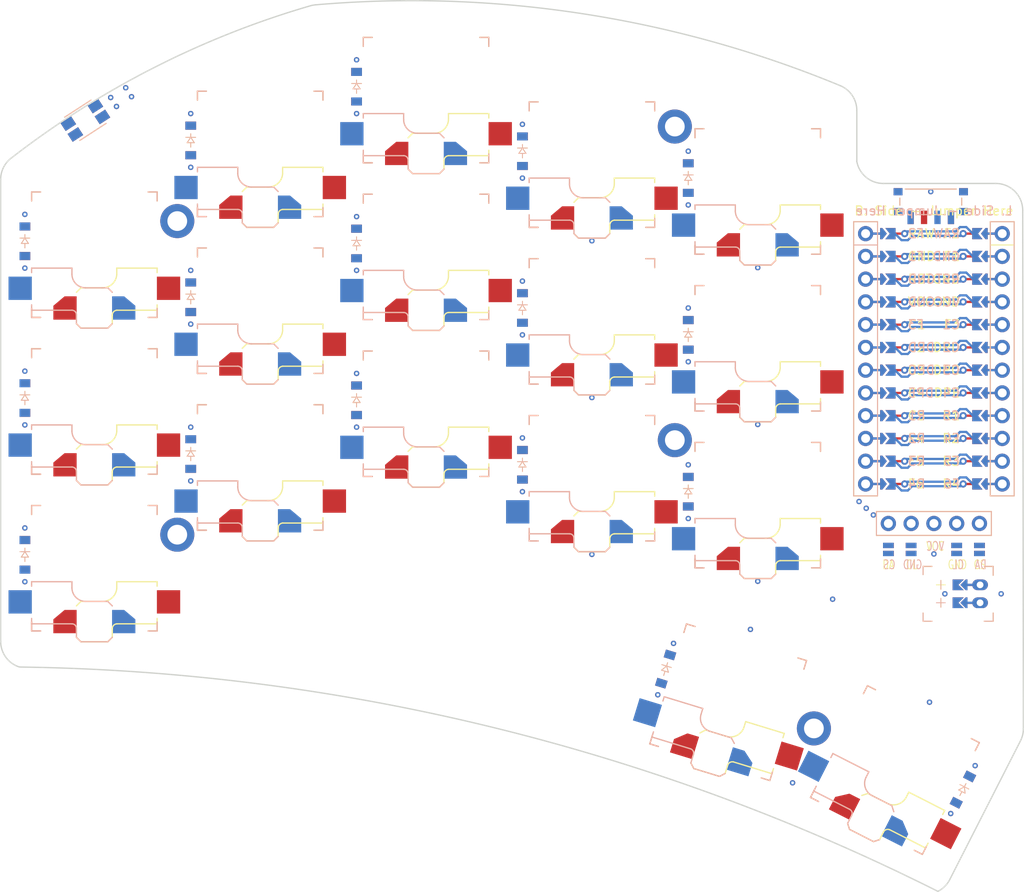
<source format=kicad_pcb>
(kicad_pcb (version 20171130) (host pcbnew 5.1.6)
  (title_block (title snak) (rev 0.1) (company JackMatanky))
  (layers (0 F.Cu signal) (31 B.Cu signal) (34 B.Paste user) (35 F.Paste user) (36 B.SilkS user) (37 F.SilkS user) (38 B.Mask user) (39 F.Mask user) (44 Edge.Cuts user))
  (net 0 "")
  (net 1 "C1")
  (net 2 "pinky_bot")
  (net 3 "pinky_mid")
  (net 4 "pinky_top")
  (net 5 "C2")
  (net 6 "ring_bot")
  (net 7 "ring_mid")
  (net 8 "ring_top")
  (net 9 "C3")
  (net 10 "middle_bot")
  (net 11 "middle_mid")
  (net 12 "middle_top")
  (net 13 "C4")
  (net 14 "index_bot")
  (net 15 "index_mid")
  (net 16 "index_top")
  (net 17 "C5")
  (net 18 "inner_bot")
  (net 19 "inner_mid")
  (net 20 "inner_top")
  (net 21 "out_home")
  (net 22 "in_home")
  (net 23 "R3")
  (net 24 "R2")
  (net 25 "R1")
  (net 26 "R4")
  (net 27 "RAW")
  (net 28 "GND")
  (net 29 "RST")
  (net 30 "VCC")
  (net 31 "F4")
  (net 32 "F5")
  (net 33 "F6")
  (net 34 "F2")
  (net 35 "F1")
  (net 36 "F3")
  (net 37 "DPD")
  (net 38 "DPC")
  (net 39 "DPE")
  (net 40 "MCU1_24")
  (net 41 "MCU1_1")
  (net 42 "MCU1_23")
  (net 43 "MCU1_2")
  (net 44 "MCU1_22")
  (net 45 "MCU1_3")
  (net 46 "MCU1_21")
  (net 47 "MCU1_4")
  (net 48 "MCU1_20")
  (net 49 "MCU1_5")
  (net 50 "MCU1_19")
  (net 51 "MCU1_6")
  (net 52 "MCU1_18")
  (net 53 "MCU1_7")
  (net 54 "MCU1_17")
  (net 55 "MCU1_8")
  (net 56 "MCU1_16")
  (net 57 "MCU1_9")
  (net 58 "MCU1_15")
  (net 59 "MCU1_10")
  (net 60 "MCU1_14")
  (net 61 "MCU1_11")
  (net 62 "MCU1_13")
  (net 63 "MCU1_12")
  (net 64 "DISP1_1")
  (net 65 "DISP1_2")
  (net 66 "DISP1_4")
  (net 67 "DISP1_5")
  (net 68 "pos")
  (net 69 "JST1_1")
  (net 70 "JST1_2")
  (module PG1350 (layer F.Cu) (at 100 100 180)
    (fp_text reference "S1" hide)
    (pad "" np_thru_hole circle (at 0 0) (size 3.429 3.429) (drill 3.429) (layers *.Cu *.Mask))
    (pad "" np_thru_hole circle (at 5.5 0) (size 1.7018 1.7018) (drill 1.7018) (layers *.Cu *.Mask))
    (pad "" np_thru_hole circle (at -5.5 0) (size 1.7018 1.7018) (drill 1.7018) (layers *.Cu *.Mask))
    (pad "" np_thru_hole circle (at 0 -5.95) (size 3 3) (drill 3) (layers *.Cu *.Mask))
    (pad 1 smd custom (at -3.275 -5.95 180) (size 1 1) (layers B.Cu B.Paste B.Mask) (options (clearance outline) (anchor rect)) (primitives (gr_poly (pts (xy -1.3 -1.3) (xy -1.3 0.25) (xy -0.05 1.3) (xy 1.3 1.3) (xy 1.3 -1.3)) (width 0))) (net 1 "C1"))
    (pad 2 smd rect (at 8.275 -3.75 180) (size 2.6 2.6) (layers B.Cu B.Paste B.Mask) (net 2 "pinky_bot"))
    (pad "" np_thru_hole circle (at 5 -3.75 195) (size 3 3) (drill 3) (layers *.Cu *.Mask))
    (pad 1 connect custom (at 3.275 -5.95 180) (size 0.5 0.5) (layers F.Cu F.Mask) (options (clearance outline) (anchor rect)) (primitives (gr_poly (pts (xy -1.3 -1.3) (xy -1.3 1.3) (xy 0.05 1.3) (xy 1.3 0.25) (xy 1.3 -1.3)) (width 0))) (net 1 "C1"))
    (pad 2 smd rect (at -8.275 -3.75 180) (size 2.6 2.6) (layers F.Cu F.Paste F.Mask) (net 2 "pinky_bot"))
    (pad "" np_thru_hole circle (at -5 -3.75 195) (size 3 3) (drill 3) (layers *.Cu *.Mask))
  )
  (module PG1350 (layer F.Cu) (at 100 82.5 180)
    (fp_text reference "S2" hide)
    (pad "" np_thru_hole circle (at 0 0) (size 3.429 3.429) (drill 3.429) (layers *.Cu *.Mask))
    (pad "" np_thru_hole circle (at 5.5 0) (size 1.7018 1.7018) (drill 1.7018) (layers *.Cu *.Mask))
    (pad "" np_thru_hole circle (at -5.5 0) (size 1.7018 1.7018) (drill 1.7018) (layers *.Cu *.Mask))
    (pad "" np_thru_hole circle (at 0 -5.95) (size 3 3) (drill 3) (layers *.Cu *.Mask))
    (pad 1 smd custom (at -3.275 -5.95 180) (size 1 1) (layers B.Cu B.Paste B.Mask) (options (clearance outline) (anchor rect)) (primitives (gr_poly (pts (xy -1.3 -1.3) (xy -1.3 0.25) (xy -0.05 1.3) (xy 1.3 1.3) (xy 1.3 -1.3)) (width 0))) (net 1 "C1"))
    (pad 2 smd rect (at 8.275 -3.75 180) (size 2.6 2.6) (layers B.Cu B.Paste B.Mask) (net 3 "pinky_mid"))
    (pad "" np_thru_hole circle (at 5 -3.75 195) (size 3 3) (drill 3) (layers *.Cu *.Mask))
    (pad 1 connect custom (at 3.275 -5.95 180) (size 0.5 0.5) (layers F.Cu F.Mask) (options (clearance outline) (anchor rect)) (primitives (gr_poly (pts (xy -1.3 -1.3) (xy -1.3 1.3) (xy 0.05 1.3) (xy 1.3 0.25) (xy 1.3 -1.3)) (width 0))) (net 1 "C1"))
    (pad 2 smd rect (at -8.275 -3.75 180) (size 2.6 2.6) (layers F.Cu F.Paste F.Mask) (net 3 "pinky_mid"))
    (pad "" np_thru_hole circle (at -5 -3.75 195) (size 3 3) (drill 3) (layers *.Cu *.Mask))
  )
  (module PG1350 (layer F.Cu) (at 100 65 180)
    (fp_text reference "S3" hide)
    (pad "" np_thru_hole circle (at 0 0) (size 3.429 3.429) (drill 3.429) (layers *.Cu *.Mask))
    (pad "" np_thru_hole circle (at 5.5 0) (size 1.7018 1.7018) (drill 1.7018) (layers *.Cu *.Mask))
    (pad "" np_thru_hole circle (at -5.5 0) (size 1.7018 1.7018) (drill 1.7018) (layers *.Cu *.Mask))
    (pad "" np_thru_hole circle (at 0 -5.95) (size 3 3) (drill 3) (layers *.Cu *.Mask))
    (pad 1 smd custom (at -3.275 -5.95 180) (size 1 1) (layers B.Cu B.Paste B.Mask) (options (clearance outline) (anchor rect)) (primitives (gr_poly (pts (xy -1.3 -1.3) (xy -1.3 0.25) (xy -0.05 1.3) (xy 1.3 1.3) (xy 1.3 -1.3)) (width 0))) (net 1 "C1"))
    (pad 2 smd rect (at 8.275 -3.75 180) (size 2.6 2.6) (layers B.Cu B.Paste B.Mask) (net 4 "pinky_top"))
    (pad "" np_thru_hole circle (at 5 -3.75 195) (size 3 3) (drill 3) (layers *.Cu *.Mask))
    (pad 1 connect custom (at 3.275 -5.95 180) (size 0.5 0.5) (layers F.Cu F.Mask) (options (clearance outline) (anchor rect)) (primitives (gr_poly (pts (xy -1.3 -1.3) (xy -1.3 1.3) (xy 0.05 1.3) (xy 1.3 0.25) (xy 1.3 -1.3)) (width 0))) (net 1 "C1"))
    (pad 2 smd rect (at -8.275 -3.75 180) (size 2.6 2.6) (layers F.Cu F.Paste F.Mask) (net 4 "pinky_top"))
    (pad "" np_thru_hole circle (at -5 -3.75 195) (size 3 3) (drill 3) (layers *.Cu *.Mask))
  )
  (module PG1350 (layer F.Cu) (at 118.5 88.75 180)
    (fp_text reference "S4" hide)
    (pad "" np_thru_hole circle (at 0 0) (size 3.429 3.429) (drill 3.429) (layers *.Cu *.Mask))
    (pad "" np_thru_hole circle (at 5.5 0) (size 1.7018 1.7018) (drill 1.7018) (layers *.Cu *.Mask))
    (pad "" np_thru_hole circle (at -5.5 0) (size 1.7018 1.7018) (drill 1.7018) (layers *.Cu *.Mask))
    (pad "" np_thru_hole circle (at 0 -5.95) (size 3 3) (drill 3) (layers *.Cu *.Mask))
    (pad 1 smd custom (at -3.275 -5.95 180) (size 1 1) (layers B.Cu B.Paste B.Mask) (options (clearance outline) (anchor rect)) (primitives (gr_poly (pts (xy -1.3 -1.3) (xy -1.3 0.25) (xy -0.05 1.3) (xy 1.3 1.3) (xy 1.3 -1.3)) (width 0))) (net 5 "C2"))
    (pad 2 smd rect (at 8.275 -3.75 180) (size 2.6 2.6) (layers B.Cu B.Paste B.Mask) (net 6 "ring_bot"))
    (pad "" np_thru_hole circle (at 5 -3.75 195) (size 3 3) (drill 3) (layers *.Cu *.Mask))
    (pad 1 connect custom (at 3.275 -5.95 180) (size 0.5 0.5) (layers F.Cu F.Mask) (options (clearance outline) (anchor rect)) (primitives (gr_poly (pts (xy -1.3 -1.3) (xy -1.3 1.3) (xy 0.05 1.3) (xy 1.3 0.25) (xy 1.3 -1.3)) (width 0))) (net 5 "C2"))
    (pad 2 smd rect (at -8.275 -3.75 180) (size 2.6 2.6) (layers F.Cu F.Paste F.Mask) (net 6 "ring_bot"))
    (pad "" np_thru_hole circle (at -5 -3.75 195) (size 3 3) (drill 3) (layers *.Cu *.Mask))
  )
  (module PG1350 (layer F.Cu) (at 118.5 71.25 180)
    (fp_text reference "S5" hide)
    (pad "" np_thru_hole circle (at 0 0) (size 3.429 3.429) (drill 3.429) (layers *.Cu *.Mask))
    (pad "" np_thru_hole circle (at 5.5 0) (size 1.7018 1.7018) (drill 1.7018) (layers *.Cu *.Mask))
    (pad "" np_thru_hole circle (at -5.5 0) (size 1.7018 1.7018) (drill 1.7018) (layers *.Cu *.Mask))
    (pad "" np_thru_hole circle (at 0 -5.95) (size 3 3) (drill 3) (layers *.Cu *.Mask))
    (pad 1 smd custom (at -3.275 -5.95 180) (size 1 1) (layers B.Cu B.Paste B.Mask) (options (clearance outline) (anchor rect)) (primitives (gr_poly (pts (xy -1.3 -1.3) (xy -1.3 0.25) (xy -0.05 1.3) (xy 1.3 1.3) (xy 1.3 -1.3)) (width 0))) (net 5 "C2"))
    (pad 2 smd rect (at 8.275 -3.75 180) (size 2.6 2.6) (layers B.Cu B.Paste B.Mask) (net 7 "ring_mid"))
    (pad "" np_thru_hole circle (at 5 -3.75 195) (size 3 3) (drill 3) (layers *.Cu *.Mask))
    (pad 1 connect custom (at 3.275 -5.95 180) (size 0.5 0.5) (layers F.Cu F.Mask) (options (clearance outline) (anchor rect)) (primitives (gr_poly (pts (xy -1.3 -1.3) (xy -1.3 1.3) (xy 0.05 1.3) (xy 1.3 0.25) (xy 1.3 -1.3)) (width 0))) (net 5 "C2"))
    (pad 2 smd rect (at -8.275 -3.75 180) (size 2.6 2.6) (layers F.Cu F.Paste F.Mask) (net 7 "ring_mid"))
    (pad "" np_thru_hole circle (at -5 -3.75 195) (size 3 3) (drill 3) (layers *.Cu *.Mask))
  )
  (module PG1350 (layer F.Cu) (at 118.5 53.75 180)
    (fp_text reference "S6" hide)
    (pad "" np_thru_hole circle (at 0 0) (size 3.429 3.429) (drill 3.429) (layers *.Cu *.Mask))
    (pad "" np_thru_hole circle (at 5.5 0) (size 1.7018 1.7018) (drill 1.7018) (layers *.Cu *.Mask))
    (pad "" np_thru_hole circle (at -5.5 0) (size 1.7018 1.7018) (drill 1.7018) (layers *.Cu *.Mask))
    (pad "" np_thru_hole circle (at 0 -5.95) (size 3 3) (drill 3) (layers *.Cu *.Mask))
    (pad 1 smd custom (at -3.275 -5.95 180) (size 1 1) (layers B.Cu B.Paste B.Mask) (options (clearance outline) (anchor rect)) (primitives (gr_poly (pts (xy -1.3 -1.3) (xy -1.3 0.25) (xy -0.05 1.3) (xy 1.3 1.3) (xy 1.3 -1.3)) (width 0))) (net 5 "C2"))
    (pad 2 smd rect (at 8.275 -3.75 180) (size 2.6 2.6) (layers B.Cu B.Paste B.Mask) (net 8 "ring_top"))
    (pad "" np_thru_hole circle (at 5 -3.75 195) (size 3 3) (drill 3) (layers *.Cu *.Mask))
    (pad 1 connect custom (at 3.275 -5.95 180) (size 0.5 0.5) (layers F.Cu F.Mask) (options (clearance outline) (anchor rect)) (primitives (gr_poly (pts (xy -1.3 -1.3) (xy -1.3 1.3) (xy 0.05 1.3) (xy 1.3 0.25) (xy 1.3 -1.3)) (width 0))) (net 5 "C2"))
    (pad 2 smd rect (at -8.275 -3.75 180) (size 2.6 2.6) (layers F.Cu F.Paste F.Mask) (net 8 "ring_top"))
    (pad "" np_thru_hole circle (at -5 -3.75 195) (size 3 3) (drill 3) (layers *.Cu *.Mask))
  )
  (module PG1350 (layer F.Cu) (at 137 82.75 180)
    (fp_text reference "S7" hide)
    (pad "" np_thru_hole circle (at 0 0) (size 3.429 3.429) (drill 3.429) (layers *.Cu *.Mask))
    (pad "" np_thru_hole circle (at 5.5 0) (size 1.7018 1.7018) (drill 1.7018) (layers *.Cu *.Mask))
    (pad "" np_thru_hole circle (at -5.5 0) (size 1.7018 1.7018) (drill 1.7018) (layers *.Cu *.Mask))
    (pad "" np_thru_hole circle (at 0 -5.95) (size 3 3) (drill 3) (layers *.Cu *.Mask))
    (pad 1 smd custom (at -3.275 -5.95 180) (size 1 1) (layers B.Cu B.Paste B.Mask) (options (clearance outline) (anchor rect)) (primitives (gr_poly (pts (xy -1.3 -1.3) (xy -1.3 0.25) (xy -0.05 1.3) (xy 1.3 1.3) (xy 1.3 -1.3)) (width 0))) (net 9 "C3"))
    (pad 2 smd rect (at 8.275 -3.75 180) (size 2.6 2.6) (layers B.Cu B.Paste B.Mask) (net 10 "middle_bot"))
    (pad "" np_thru_hole circle (at 5 -3.75 195) (size 3 3) (drill 3) (layers *.Cu *.Mask))
    (pad 1 connect custom (at 3.275 -5.95 180) (size 0.5 0.5) (layers F.Cu F.Mask) (options (clearance outline) (anchor rect)) (primitives (gr_poly (pts (xy -1.3 -1.3) (xy -1.3 1.3) (xy 0.05 1.3) (xy 1.3 0.25) (xy 1.3 -1.3)) (width 0))) (net 9 "C3"))
    (pad 2 smd rect (at -8.275 -3.75 180) (size 2.6 2.6) (layers F.Cu F.Paste F.Mask) (net 10 "middle_bot"))
    (pad "" np_thru_hole circle (at -5 -3.75 195) (size 3 3) (drill 3) (layers *.Cu *.Mask))
  )
  (module PG1350 (layer F.Cu) (at 137 65.25 180)
    (fp_text reference "S8" hide)
    (pad "" np_thru_hole circle (at 0 0) (size 3.429 3.429) (drill 3.429) (layers *.Cu *.Mask))
    (pad "" np_thru_hole circle (at 5.5 0) (size 1.7018 1.7018) (drill 1.7018) (layers *.Cu *.Mask))
    (pad "" np_thru_hole circle (at -5.5 0) (size 1.7018 1.7018) (drill 1.7018) (layers *.Cu *.Mask))
    (pad "" np_thru_hole circle (at 0 -5.95) (size 3 3) (drill 3) (layers *.Cu *.Mask))
    (pad 1 smd custom (at -3.275 -5.95 180) (size 1 1) (layers B.Cu B.Paste B.Mask) (options (clearance outline) (anchor rect)) (primitives (gr_poly (pts (xy -1.3 -1.3) (xy -1.3 0.25) (xy -0.05 1.3) (xy 1.3 1.3) (xy 1.3 -1.3)) (width 0))) (net 9 "C3"))
    (pad 2 smd rect (at 8.275 -3.75 180) (size 2.6 2.6) (layers B.Cu B.Paste B.Mask) (net 11 "middle_mid"))
    (pad "" np_thru_hole circle (at 5 -3.75 195) (size 3 3) (drill 3) (layers *.Cu *.Mask))
    (pad 1 connect custom (at 3.275 -5.95 180) (size 0.5 0.5) (layers F.Cu F.Mask) (options (clearance outline) (anchor rect)) (primitives (gr_poly (pts (xy -1.3 -1.3) (xy -1.3 1.3) (xy 0.05 1.3) (xy 1.3 0.25) (xy 1.3 -1.3)) (width 0))) (net 9 "C3"))
    (pad 2 smd rect (at -8.275 -3.75 180) (size 2.6 2.6) (layers F.Cu F.Paste F.Mask) (net 11 "middle_mid"))
    (pad "" np_thru_hole circle (at -5 -3.75 195) (size 3 3) (drill 3) (layers *.Cu *.Mask))
  )
  (module PG1350 (layer F.Cu) (at 137 47.75 180)
    (fp_text reference "S9" hide)
    (pad "" np_thru_hole circle (at 0 0) (size 3.429 3.429) (drill 3.429) (layers *.Cu *.Mask))
    (pad "" np_thru_hole circle (at 5.5 0) (size 1.7018 1.7018) (drill 1.7018) (layers *.Cu *.Mask))
    (pad "" np_thru_hole circle (at -5.5 0) (size 1.7018 1.7018) (drill 1.7018) (layers *.Cu *.Mask))
    (pad "" np_thru_hole circle (at 0 -5.95) (size 3 3) (drill 3) (layers *.Cu *.Mask))
    (pad 1 smd custom (at -3.275 -5.95 180) (size 1 1) (layers B.Cu B.Paste B.Mask) (options (clearance outline) (anchor rect)) (primitives (gr_poly (pts (xy -1.3 -1.3) (xy -1.3 0.25) (xy -0.05 1.3) (xy 1.3 1.3) (xy 1.3 -1.3)) (width 0))) (net 9 "C3"))
    (pad 2 smd rect (at 8.275 -3.75 180) (size 2.6 2.6) (layers B.Cu B.Paste B.Mask) (net 12 "middle_top"))
    (pad "" np_thru_hole circle (at 5 -3.75 195) (size 3 3) (drill 3) (layers *.Cu *.Mask))
    (pad 1 connect custom (at 3.275 -5.95 180) (size 0.5 0.5) (layers F.Cu F.Mask) (options (clearance outline) (anchor rect)) (primitives (gr_poly (pts (xy -1.3 -1.3) (xy -1.3 1.3) (xy 0.05 1.3) (xy 1.3 0.25) (xy 1.3 -1.3)) (width 0))) (net 9 "C3"))
    (pad 2 smd rect (at -8.275 -3.75 180) (size 2.6 2.6) (layers F.Cu F.Paste F.Mask) (net 12 "middle_top"))
    (pad "" np_thru_hole circle (at -5 -3.75 195) (size 3 3) (drill 3) (layers *.Cu *.Mask))
  )
  (module PG1350 (layer F.Cu) (at 155.5 89.95 180)
    (fp_text reference "S10" hide)
    (pad "" np_thru_hole circle (at 0 0) (size 3.429 3.429) (drill 3.429) (layers *.Cu *.Mask))
    (pad "" np_thru_hole circle (at 5.5 0) (size 1.7018 1.7018) (drill 1.7018) (layers *.Cu *.Mask))
    (pad "" np_thru_hole circle (at -5.5 0) (size 1.7018 1.7018) (drill 1.7018) (layers *.Cu *.Mask))
    (pad "" np_thru_hole circle (at 0 -5.95) (size 3 3) (drill 3) (layers *.Cu *.Mask))
    (pad 1 smd custom (at -3.275 -5.95 180) (size 1 1) (layers B.Cu B.Paste B.Mask) (options (clearance outline) (anchor rect)) (primitives (gr_poly (pts (xy -1.3 -1.3) (xy -1.3 0.25) (xy -0.05 1.3) (xy 1.3 1.3) (xy 1.3 -1.3)) (width 0))) (net 13 "C4"))
    (pad 2 smd rect (at 8.275 -3.75 180) (size 2.6 2.6) (layers B.Cu B.Paste B.Mask) (net 14 "index_bot"))
    (pad "" np_thru_hole circle (at 5 -3.75 195) (size 3 3) (drill 3) (layers *.Cu *.Mask))
    (pad 1 connect custom (at 3.275 -5.95 180) (size 0.5 0.5) (layers F.Cu F.Mask) (options (clearance outline) (anchor rect)) (primitives (gr_poly (pts (xy -1.3 -1.3) (xy -1.3 1.3) (xy 0.05 1.3) (xy 1.3 0.25) (xy 1.3 -1.3)) (width 0))) (net 13 "C4"))
    (pad 2 smd rect (at -8.275 -3.75 180) (size 2.6 2.6) (layers F.Cu F.Paste F.Mask) (net 14 "index_bot"))
    (pad "" np_thru_hole circle (at -5 -3.75 195) (size 3 3) (drill 3) (layers *.Cu *.Mask))
  )
  (module PG1350 (layer F.Cu) (at 155.5 72.45 180)
    (fp_text reference "S11" hide)
    (pad "" np_thru_hole circle (at 0 0) (size 3.429 3.429) (drill 3.429) (layers *.Cu *.Mask))
    (pad "" np_thru_hole circle (at 5.5 0) (size 1.7018 1.7018) (drill 1.7018) (layers *.Cu *.Mask))
    (pad "" np_thru_hole circle (at -5.5 0) (size 1.7018 1.7018) (drill 1.7018) (layers *.Cu *.Mask))
    (pad "" np_thru_hole circle (at 0 -5.95) (size 3 3) (drill 3) (layers *.Cu *.Mask))
    (pad 1 smd custom (at -3.275 -5.95 180) (size 1 1) (layers B.Cu B.Paste B.Mask) (options (clearance outline) (anchor rect)) (primitives (gr_poly (pts (xy -1.3 -1.3) (xy -1.3 0.25) (xy -0.05 1.3) (xy 1.3 1.3) (xy 1.3 -1.3)) (width 0))) (net 13 "C4"))
    (pad 2 smd rect (at 8.275 -3.75 180) (size 2.6 2.6) (layers B.Cu B.Paste B.Mask) (net 15 "index_mid"))
    (pad "" np_thru_hole circle (at 5 -3.75 195) (size 3 3) (drill 3) (layers *.Cu *.Mask))
    (pad 1 connect custom (at 3.275 -5.95 180) (size 0.5 0.5) (layers F.Cu F.Mask) (options (clearance outline) (anchor rect)) (primitives (gr_poly (pts (xy -1.3 -1.3) (xy -1.3 1.3) (xy 0.05 1.3) (xy 1.3 0.25) (xy 1.3 -1.3)) (width 0))) (net 13 "C4"))
    (pad 2 smd rect (at -8.275 -3.75 180) (size 2.6 2.6) (layers F.Cu F.Paste F.Mask) (net 15 "index_mid"))
    (pad "" np_thru_hole circle (at -5 -3.75 195) (size 3 3) (drill 3) (layers *.Cu *.Mask))
  )
  (module PG1350 (layer F.Cu) (at 155.5 54.95 180)
    (fp_text reference "S12" hide)
    (pad "" np_thru_hole circle (at 0 0) (size 3.429 3.429) (drill 3.429) (layers *.Cu *.Mask))
    (pad "" np_thru_hole circle (at 5.5 0) (size 1.7018 1.7018) (drill 1.7018) (layers *.Cu *.Mask))
    (pad "" np_thru_hole circle (at -5.5 0) (size 1.7018 1.7018) (drill 1.7018) (layers *.Cu *.Mask))
    (pad "" np_thru_hole circle (at 0 -5.95) (size 3 3) (drill 3) (layers *.Cu *.Mask))
    (pad 1 smd custom (at -3.275 -5.95 180) (size 1 1) (layers B.Cu B.Paste B.Mask) (options (clearance outline) (anchor rect)) (primitives (gr_poly (pts (xy -1.3 -1.3) (xy -1.3 0.25) (xy -0.05 1.3) (xy 1.3 1.3) (xy 1.3 -1.3)) (width 0))) (net 13 "C4"))
    (pad 2 smd rect (at 8.275 -3.75 180) (size 2.6 2.6) (layers B.Cu B.Paste B.Mask) (net 16 "index_top"))
    (pad "" np_thru_hole circle (at 5 -3.75 195) (size 3 3) (drill 3) (layers *.Cu *.Mask))
    (pad 1 connect custom (at 3.275 -5.95 180) (size 0.5 0.5) (layers F.Cu F.Mask) (options (clearance outline) (anchor rect)) (primitives (gr_poly (pts (xy -1.3 -1.3) (xy -1.3 1.3) (xy 0.05 1.3) (xy 1.3 0.25) (xy 1.3 -1.3)) (width 0))) (net 13 "C4"))
    (pad 2 smd rect (at -8.275 -3.75 180) (size 2.6 2.6) (layers F.Cu F.Paste F.Mask) (net 16 "index_top"))
    (pad "" np_thru_hole circle (at -5 -3.75 195) (size 3 3) (drill 3) (layers *.Cu *.Mask))
  )
  (module PG1350 (layer F.Cu) (at 174 92.95 180)
    (fp_text reference "S13" hide)
    (pad "" np_thru_hole circle (at 0 0) (size 3.429 3.429) (drill 3.429) (layers *.Cu *.Mask))
    (pad "" np_thru_hole circle (at 5.5 0) (size 1.7018 1.7018) (drill 1.7018) (layers *.Cu *.Mask))
    (pad "" np_thru_hole circle (at -5.5 0) (size 1.7018 1.7018) (drill 1.7018) (layers *.Cu *.Mask))
    (pad "" np_thru_hole circle (at 0 -5.95) (size 3 3) (drill 3) (layers *.Cu *.Mask))
    (pad 1 smd custom (at -3.275 -5.95 180) (size 1 1) (layers B.Cu B.Paste B.Mask) (options (clearance outline) (anchor rect)) (primitives (gr_poly (pts (xy -1.3 -1.3) (xy -1.3 0.25) (xy -0.05 1.3) (xy 1.3 1.3) (xy 1.3 -1.3)) (width 0))) (net 17 "C5"))
    (pad 2 smd rect (at 8.275 -3.75 180) (size 2.6 2.6) (layers B.Cu B.Paste B.Mask) (net 18 "inner_bot"))
    (pad "" np_thru_hole circle (at 5 -3.75 195) (size 3 3) (drill 3) (layers *.Cu *.Mask))
    (pad 1 connect custom (at 3.275 -5.95 180) (size 0.5 0.5) (layers F.Cu F.Mask) (options (clearance outline) (anchor rect)) (primitives (gr_poly (pts (xy -1.3 -1.3) (xy -1.3 1.3) (xy 0.05 1.3) (xy 1.3 0.25) (xy 1.3 -1.3)) (width 0))) (net 17 "C5"))
    (pad 2 smd rect (at -8.275 -3.75 180) (size 2.6 2.6) (layers F.Cu F.Paste F.Mask) (net 18 "inner_bot"))
    (pad "" np_thru_hole circle (at -5 -3.75 195) (size 3 3) (drill 3) (layers *.Cu *.Mask))
  )
  (module PG1350 (layer F.Cu) (at 174 75.45 180)
    (fp_text reference "S14" hide)
    (pad "" np_thru_hole circle (at 0 0) (size 3.429 3.429) (drill 3.429) (layers *.Cu *.Mask))
    (pad "" np_thru_hole circle (at 5.5 0) (size 1.7018 1.7018) (drill 1.7018) (layers *.Cu *.Mask))
    (pad "" np_thru_hole circle (at -5.5 0) (size 1.7018 1.7018) (drill 1.7018) (layers *.Cu *.Mask))
    (pad "" np_thru_hole circle (at 0 -5.95) (size 3 3) (drill 3) (layers *.Cu *.Mask))
    (pad 1 smd custom (at -3.275 -5.95 180) (size 1 1) (layers B.Cu B.Paste B.Mask) (options (clearance outline) (anchor rect)) (primitives (gr_poly (pts (xy -1.3 -1.3) (xy -1.3 0.25) (xy -0.05 1.3) (xy 1.3 1.3) (xy 1.3 -1.3)) (width 0))) (net 17 "C5"))
    (pad 2 smd rect (at 8.275 -3.75 180) (size 2.6 2.6) (layers B.Cu B.Paste B.Mask) (net 19 "inner_mid"))
    (pad "" np_thru_hole circle (at 5 -3.75 195) (size 3 3) (drill 3) (layers *.Cu *.Mask))
    (pad 1 connect custom (at 3.275 -5.95 180) (size 0.5 0.5) (layers F.Cu F.Mask) (options (clearance outline) (anchor rect)) (primitives (gr_poly (pts (xy -1.3 -1.3) (xy -1.3 1.3) (xy 0.05 1.3) (xy 1.3 0.25) (xy 1.3 -1.3)) (width 0))) (net 17 "C5"))
    (pad 2 smd rect (at -8.275 -3.75 180) (size 2.6 2.6) (layers F.Cu F.Paste F.Mask) (net 19 "inner_mid"))
    (pad "" np_thru_hole circle (at -5 -3.75 195) (size 3 3) (drill 3) (layers *.Cu *.Mask))
  )
  (module PG1350 (layer F.Cu) (at 174 57.95 180)
    (fp_text reference "S15" hide)
    (pad "" np_thru_hole circle (at 0 0) (size 3.429 3.429) (drill 3.429) (layers *.Cu *.Mask))
    (pad "" np_thru_hole circle (at 5.5 0) (size 1.7018 1.7018) (drill 1.7018) (layers *.Cu *.Mask))
    (pad "" np_thru_hole circle (at -5.5 0) (size 1.7018 1.7018) (drill 1.7018) (layers *.Cu *.Mask))
    (pad "" np_thru_hole circle (at 0 -5.95) (size 3 3) (drill 3) (layers *.Cu *.Mask))
    (pad 1 smd custom (at -3.275 -5.95 180) (size 1 1) (layers B.Cu B.Paste B.Mask) (options (clearance outline) (anchor rect)) (primitives (gr_poly (pts (xy -1.3 -1.3) (xy -1.3 0.25) (xy -0.05 1.3) (xy 1.3 1.3) (xy 1.3 -1.3)) (width 0))) (net 17 "C5"))
    (pad 2 smd rect (at 8.275 -3.75 180) (size 2.6 2.6) (layers B.Cu B.Paste B.Mask) (net 20 "inner_top"))
    (pad "" np_thru_hole circle (at 5 -3.75 195) (size 3 3) (drill 3) (layers *.Cu *.Mask))
    (pad 1 connect custom (at 3.275 -5.95 180) (size 0.5 0.5) (layers F.Cu F.Mask) (options (clearance outline) (anchor rect)) (primitives (gr_poly (pts (xy -1.3 -1.3) (xy -1.3 1.3) (xy 0.05 1.3) (xy 1.3 0.25) (xy 1.3 -1.3)) (width 0))) (net 17 "C5"))
    (pad 2 smd rect (at -8.275 -3.75 180) (size 2.6 2.6) (layers F.Cu F.Paste F.Mask) (net 20 "inner_top"))
    (pad "" np_thru_hole circle (at -5 -3.75 195) (size 3 3) (drill 3) (layers *.Cu *.Mask))
  )
  (module PG1350 (layer F.Cu) (at 170.7 114.95 163)
    (fp_text reference "S16" hide)
    (pad "" np_thru_hole circle (at 0 0) (size 3.429 3.429) (drill 3.429) (layers *.Cu *.Mask))
    (pad "" np_thru_hole circle (at 5.5 0) (size 1.7018 1.7018) (drill 1.7018) (layers *.Cu *.Mask))
    (pad "" np_thru_hole circle (at -5.5 0) (size 1.7018 1.7018) (drill 1.7018) (layers *.Cu *.Mask))
    (pad "" np_thru_hole circle (at 0 -5.95) (size 3 3) (drill 3) (layers *.Cu *.Mask))
    (pad 1 smd custom (at -3.275 -5.95 163) (size 1 1) (layers B.Cu B.Paste B.Mask) (options (clearance outline) (anchor rect)) (primitives (gr_poly (pts (xy -1.3 -1.3) (xy -1.3 0.25) (xy -0.05 1.3) (xy 1.3 1.3) (xy 1.3 -1.3)) (width 0))) (net 13 "C4"))
    (pad 2 smd rect (at 8.275 -3.75 163) (size 2.6 2.6) (layers B.Cu B.Paste B.Mask) (net 21 "out_home"))
    (pad "" np_thru_hole circle (at 5 -3.75 195) (size 3 3) (drill 3) (layers *.Cu *.Mask))
    (pad 1 connect custom (at 3.275 -5.95 163) (size 0.5 0.5) (layers F.Cu F.Mask) (options (clearance outline) (anchor rect)) (primitives (gr_poly (pts (xy -1.3 -1.3) (xy -1.3 1.3) (xy 0.05 1.3) (xy 1.3 0.25) (xy 1.3 -1.3)) (width 0))) (net 13 "C4"))
    (pad 2 smd rect (at -8.275 -3.75 163) (size 2.6 2.6) (layers F.Cu F.Paste F.Mask) (net 21 "out_home"))
    (pad "" np_thru_hole circle (at -5 -3.75 195) (size 3 3) (drill 3) (layers *.Cu *.Mask))
  )
  (module PG1350 (layer F.Cu) (at 189.2998261 122.5187827 153)
    (fp_text reference "S17" hide)
    (pad "" np_thru_hole circle (at 0 0) (size 3.429 3.429) (drill 3.429) (layers *.Cu *.Mask))
    (pad "" np_thru_hole circle (at 5.5 0) (size 1.7018 1.7018) (drill 1.7018) (layers *.Cu *.Mask))
    (pad "" np_thru_hole circle (at -5.5 0) (size 1.7018 1.7018) (drill 1.7018) (layers *.Cu *.Mask))
    (pad "" np_thru_hole circle (at 0 -5.95) (size 3 3) (drill 3) (layers *.Cu *.Mask))
    (pad 1 smd custom (at -3.275 -5.95 153) (size 1 1) (layers B.Cu B.Paste B.Mask) (options (clearance outline) (anchor rect)) (primitives (gr_poly (pts (xy -1.3 -1.3) (xy -1.3 0.25) (xy -0.05 1.3) (xy 1.3 1.3) (xy 1.3 -1.3)) (width 0))) (net 17 "C5"))
    (pad 2 smd rect (at 8.275 -3.75 153) (size 2.6 2.6) (layers B.Cu B.Paste B.Mask) (net 22 "in_home"))
    (pad "" np_thru_hole circle (at 5 -3.75 195) (size 3 3) (drill 3) (layers *.Cu *.Mask))
    (pad 1 connect custom (at 3.275 -5.95 153) (size 0.5 0.5) (layers F.Cu F.Mask) (options (clearance outline) (anchor rect)) (primitives (gr_poly (pts (xy -1.3 -1.3) (xy -1.3 1.3) (xy 0.05 1.3) (xy 1.3 0.25) (xy 1.3 -1.3)) (width 0))) (net 17 "C5"))
    (pad 2 smd rect (at -8.275 -3.75 153) (size 2.6 2.6) (layers F.Cu F.Paste F.Mask) (net 22 "in_home"))
    (pad "" np_thru_hole circle (at -5 -3.75 195) (size 3 3) (drill 3) (layers *.Cu *.Mask))
  )
  (module ComboDiode (layer F.Cu) (at 92.25 98.5 270)
    (fp_text reference "D1" hide)
    (fp_text value "" hide)
    (pad 1 smd rect (at -1.65 0 270) (size 0.9 1.2) (layers F.Cu F.Paste F.Mask) (net 23 "R3"))
    (pad 2 smd rect (at 1.65 0 270) (size 0.9 1.2) (layers B.Cu B.Paste B.Mask) (net 2 "pinky_bot"))
    (pad 1 smd rect (at -1.65 0 270) (size 0.9 1.2) (layers B.Cu B.Paste B.Mask) (net 23 "R3"))
    (pad 2 smd rect (at 1.65 0 270) (size 0.9 1.2) (layers F.Cu F.Paste F.Mask) (net 2 "pinky_bot"))
  )
  (module ComboDiode (layer F.Cu) (at 92.25 81 270)
    (fp_text reference "D2" hide)
    (fp_text value "" hide)
    (pad 1 smd rect (at -1.65 0 270) (size 0.9 1.2) (layers F.Cu F.Paste F.Mask) (net 24 "R2"))
    (pad 2 smd rect (at 1.65 0 270) (size 0.9 1.2) (layers B.Cu B.Paste B.Mask) (net 3 "pinky_mid"))
    (pad 1 smd rect (at -1.65 0 270) (size 0.9 1.2) (layers B.Cu B.Paste B.Mask) (net 24 "R2"))
    (pad 2 smd rect (at 1.65 0 270) (size 0.9 1.2) (layers F.Cu F.Paste F.Mask) (net 3 "pinky_mid"))
  )
  (module ComboDiode (layer F.Cu) (at 92.25 63.5 270)
    (fp_text reference "D3" hide)
    (fp_text value "" hide)
    (pad 1 smd rect (at -1.65 0 270) (size 0.9 1.2) (layers F.Cu F.Paste F.Mask) (net 25 "R1"))
    (pad 2 smd rect (at 1.65 0 270) (size 0.9 1.2) (layers B.Cu B.Paste B.Mask) (net 4 "pinky_top"))
    (pad 1 smd rect (at -1.65 0 270) (size 0.9 1.2) (layers B.Cu B.Paste B.Mask) (net 25 "R1"))
    (pad 2 smd rect (at 1.65 0 270) (size 0.9 1.2) (layers F.Cu F.Paste F.Mask) (net 4 "pinky_top"))
  )
  (module ComboDiode (layer F.Cu) (at 110.75 87.25 270)
    (fp_text reference "D4" hide)
    (fp_text value "" hide)
    (pad 1 smd rect (at -1.65 0 270) (size 0.9 1.2) (layers F.Cu F.Paste F.Mask) (net 23 "R3"))
    (pad 2 smd rect (at 1.65 0 270) (size 0.9 1.2) (layers B.Cu B.Paste B.Mask) (net 6 "ring_bot"))
    (pad 1 smd rect (at -1.65 0 270) (size 0.9 1.2) (layers B.Cu B.Paste B.Mask) (net 23 "R3"))
    (pad 2 smd rect (at 1.65 0 270) (size 0.9 1.2) (layers F.Cu F.Paste F.Mask) (net 6 "ring_bot"))
  )
  (module ComboDiode (layer F.Cu) (at 110.75 69.75 270)
    (fp_text reference "D5" hide)
    (fp_text value "" hide)
    (pad 1 smd rect (at -1.65 0 270) (size 0.9 1.2) (layers F.Cu F.Paste F.Mask) (net 24 "R2"))
    (pad 2 smd rect (at 1.65 0 270) (size 0.9 1.2) (layers B.Cu B.Paste B.Mask) (net 7 "ring_mid"))
    (pad 1 smd rect (at -1.65 0 270) (size 0.9 1.2) (layers B.Cu B.Paste B.Mask) (net 24 "R2"))
    (pad 2 smd rect (at 1.65 0 270) (size 0.9 1.2) (layers F.Cu F.Paste F.Mask) (net 7 "ring_mid"))
  )
  (module ComboDiode (layer F.Cu) (at 110.75 52.25 270)
    (fp_text reference "D6" hide)
    (fp_text value "" hide)
    (pad 1 smd rect (at -1.65 0 270) (size 0.9 1.2) (layers F.Cu F.Paste F.Mask) (net 25 "R1"))
    (pad 2 smd rect (at 1.65 0 270) (size 0.9 1.2) (layers B.Cu B.Paste B.Mask) (net 8 "ring_top"))
    (pad 1 smd rect (at -1.65 0 270) (size 0.9 1.2) (layers B.Cu B.Paste B.Mask) (net 25 "R1"))
    (pad 2 smd rect (at 1.65 0 270) (size 0.9 1.2) (layers F.Cu F.Paste F.Mask) (net 8 "ring_top"))
  )
  (module ComboDiode (layer F.Cu) (at 129.25 81.25 270)
    (fp_text reference "D7" hide)
    (fp_text value "" hide)
    (pad 1 smd rect (at -1.65 0 270) (size 0.9 1.2) (layers F.Cu F.Paste F.Mask) (net 23 "R3"))
    (pad 2 smd rect (at 1.65 0 270) (size 0.9 1.2) (layers B.Cu B.Paste B.Mask) (net 10 "middle_bot"))
    (pad 1 smd rect (at -1.65 0 270) (size 0.9 1.2) (layers B.Cu B.Paste B.Mask) (net 23 "R3"))
    (pad 2 smd rect (at 1.65 0 270) (size 0.9 1.2) (layers F.Cu F.Paste F.Mask) (net 10 "middle_bot"))
  )
  (module ComboDiode (layer F.Cu) (at 129.25 63.75 270)
    (fp_text reference "D8" hide)
    (fp_text value "" hide)
    (pad 1 smd rect (at -1.65 0 270) (size 0.9 1.2) (layers F.Cu F.Paste F.Mask) (net 24 "R2"))
    (pad 2 smd rect (at 1.65 0 270) (size 0.9 1.2) (layers B.Cu B.Paste B.Mask) (net 11 "middle_mid"))
    (pad 1 smd rect (at -1.65 0 270) (size 0.9 1.2) (layers B.Cu B.Paste B.Mask) (net 24 "R2"))
    (pad 2 smd rect (at 1.65 0 270) (size 0.9 1.2) (layers F.Cu F.Paste F.Mask) (net 11 "middle_mid"))
  )
  (module ComboDiode (layer F.Cu) (at 129.25 46.25 270)
    (fp_text reference "D9" hide)
    (fp_text value "" hide)
    (pad 1 smd rect (at -1.65 0 270) (size 0.9 1.2) (layers F.Cu F.Paste F.Mask) (net 25 "R1"))
    (pad 2 smd rect (at 1.65 0 270) (size 0.9 1.2) (layers B.Cu B.Paste B.Mask) (net 12 "middle_top"))
    (pad 1 smd rect (at -1.65 0 270) (size 0.9 1.2) (layers B.Cu B.Paste B.Mask) (net 25 "R1"))
    (pad 2 smd rect (at 1.65 0 270) (size 0.9 1.2) (layers F.Cu F.Paste F.Mask) (net 12 "middle_top"))
  )
  (module ComboDiode (layer F.Cu) (at 147.75 88.45 270)
    (fp_text reference "D10" hide)
    (fp_text value "" hide)
    (pad 1 smd rect (at -1.65 0 270) (size 0.9 1.2) (layers F.Cu F.Paste F.Mask) (net 23 "R3"))
    (pad 2 smd rect (at 1.65 0 270) (size 0.9 1.2) (layers B.Cu B.Paste B.Mask) (net 14 "index_bot"))
    (pad 1 smd rect (at -1.65 0 270) (size 0.9 1.2) (layers B.Cu B.Paste B.Mask) (net 23 "R3"))
    (pad 2 smd rect (at 1.65 0 270) (size 0.9 1.2) (layers F.Cu F.Paste F.Mask) (net 14 "index_bot"))
  )
  (module ComboDiode (layer F.Cu) (at 147.75 70.95 270)
    (fp_text reference "D11" hide)
    (fp_text value "" hide)
    (pad 1 smd rect (at -1.65 0 270) (size 0.9 1.2) (layers F.Cu F.Paste F.Mask) (net 24 "R2"))
    (pad 2 smd rect (at 1.65 0 270) (size 0.9 1.2) (layers B.Cu B.Paste B.Mask) (net 15 "index_mid"))
    (pad 1 smd rect (at -1.65 0 270) (size 0.9 1.2) (layers B.Cu B.Paste B.Mask) (net 24 "R2"))
    (pad 2 smd rect (at 1.65 0 270) (size 0.9 1.2) (layers F.Cu F.Paste F.Mask) (net 15 "index_mid"))
  )
  (module ComboDiode (layer F.Cu) (at 147.75 53.45 270)
    (fp_text reference "D12" hide)
    (fp_text value "" hide)
    (pad 1 smd rect (at -1.65 0 270) (size 0.9 1.2) (layers F.Cu F.Paste F.Mask) (net 25 "R1"))
    (pad 2 smd rect (at 1.65 0 270) (size 0.9 1.2) (layers B.Cu B.Paste B.Mask) (net 16 "index_top"))
    (pad 1 smd rect (at -1.65 0 270) (size 0.9 1.2) (layers B.Cu B.Paste B.Mask) (net 25 "R1"))
    (pad 2 smd rect (at 1.65 0 270) (size 0.9 1.2) (layers F.Cu F.Paste F.Mask) (net 16 "index_top"))
  )
  (module ComboDiode (layer F.Cu) (at 166.25 91.45 270)
    (fp_text reference "D13" hide)
    (fp_text value "" hide)
    (pad 1 smd rect (at -1.65 0 270) (size 0.9 1.2) (layers F.Cu F.Paste F.Mask) (net 23 "R3"))
    (pad 2 smd rect (at 1.65 0 270) (size 0.9 1.2) (layers B.Cu B.Paste B.Mask) (net 18 "inner_bot"))
    (pad 1 smd rect (at -1.65 0 270) (size 0.9 1.2) (layers B.Cu B.Paste B.Mask) (net 23 "R3"))
    (pad 2 smd rect (at 1.65 0 270) (size 0.9 1.2) (layers F.Cu F.Paste F.Mask) (net 18 "inner_bot"))
  )
  (module ComboDiode (layer F.Cu) (at 166.25 73.95 270)
    (fp_text reference "D14" hide)
    (fp_text value "" hide)
    (pad 1 smd rect (at -1.65 0 270) (size 0.9 1.2) (layers F.Cu F.Paste F.Mask) (net 24 "R2"))
    (pad 2 smd rect (at 1.65 0 270) (size 0.9 1.2) (layers B.Cu B.Paste B.Mask) (net 19 "inner_mid"))
    (pad 1 smd rect (at -1.65 0 270) (size 0.9 1.2) (layers B.Cu B.Paste B.Mask) (net 24 "R2"))
    (pad 2 smd rect (at 1.65 0 270) (size 0.9 1.2) (layers F.Cu F.Paste F.Mask) (net 19 "inner_mid"))
  )
  (module ComboDiode (layer F.Cu) (at 166.25 56.45 270)
    (fp_text reference "D15" hide)
    (fp_text value "" hide)
    (pad 1 smd rect (at -1.65 0 270) (size 0.9 1.2) (layers F.Cu F.Paste F.Mask) (net 25 "R1"))
    (pad 2 smd rect (at 1.65 0 270) (size 0.9 1.2) (layers B.Cu B.Paste B.Mask) (net 20 "inner_top"))
    (pad 1 smd rect (at -1.65 0 270) (size 0.9 1.2) (layers B.Cu B.Paste B.Mask) (net 25 "R1"))
    (pad 2 smd rect (at 1.65 0 270) (size 0.9 1.2) (layers F.Cu F.Paste F.Mask) (net 20 "inner_top"))
  )
  (module ComboDiode (layer F.Cu) (at 163.72719569999998 111.2496622 253)
    (fp_text reference "D16" hide)
    (fp_text value "" hide)
    (pad 1 smd rect (at -1.65 0 253) (size 0.9 1.2) (layers F.Cu F.Paste F.Mask) (net 26 "R4"))
    (pad 2 smd rect (at 1.65 0 253) (size 0.9 1.2) (layers B.Cu B.Paste B.Mask) (net 21 "out_home"))
    (pad 1 smd rect (at -1.65 0 253) (size 0.9 1.2) (layers B.Cu B.Paste B.Mask) (net 26 "R4"))
    (pad 2 smd rect (at 1.65 0 253) (size 0.9 1.2) (layers F.Cu F.Paste F.Mask) (net 21 "out_home"))
  )
  (module ComboDiode (layer F.Cu) (at 196.8861124 124.7006993 243)
    (fp_text reference "D17" hide)
    (fp_text value "" hide)
    (pad 1 smd rect (at -1.65 0 243) (size 0.9 1.2) (layers F.Cu F.Paste F.Mask) (net 26 "R4"))
    (pad 2 smd rect (at 1.65 0 243) (size 0.9 1.2) (layers B.Cu B.Paste B.Mask) (net 22 "in_home"))
    (pad 1 smd rect (at -1.65 0 243) (size 0.9 1.2) (layers B.Cu B.Paste B.Mask) (net 26 "R4"))
    (pad 2 smd rect (at 1.65 0 243) (size 0.9 1.2) (layers F.Cu F.Paste F.Mask) (net 22 "in_home"))
  )
  (module VIA-0.6mm (layer F.Cu) (at 92.25 95.5 0)
    (fp_text reference REF** hide)
    (fp_text value VIA-0.6mm hide)
    (pad 1 thru_hole circle (at 0 0) (size 0.6 0.6) (drill 0.3) (layers *.Cu) (net 23 "R3"))
  )
  (module VIA-0.6mm (layer F.Cu) (at 92.25 78 0)
    (fp_text reference REF** hide)
    (fp_text value VIA-0.6mm hide)
    (pad 1 thru_hole circle (at 0 0) (size 0.6 0.6) (drill 0.3) (layers *.Cu) (net 24 "R2"))
  )
  (module VIA-0.6mm (layer F.Cu) (at 92.25 60.5 0)
    (fp_text reference REF** hide)
    (fp_text value VIA-0.6mm hide)
    (pad 1 thru_hole circle (at 0 0) (size 0.6 0.6) (drill 0.3) (layers *.Cu) (net 25 "R1"))
  )
  (module VIA-0.6mm (layer F.Cu) (at 110.75 84.25 0)
    (fp_text reference REF** hide)
    (fp_text value VIA-0.6mm hide)
    (pad 1 thru_hole circle (at 0 0) (size 0.6 0.6) (drill 0.3) (layers *.Cu) (net 23 "R3"))
  )
  (module VIA-0.6mm (layer F.Cu) (at 110.75 66.75 0)
    (fp_text reference REF** hide)
    (fp_text value VIA-0.6mm hide)
    (pad 1 thru_hole circle (at 0 0) (size 0.6 0.6) (drill 0.3) (layers *.Cu) (net 24 "R2"))
  )
  (module VIA-0.6mm (layer F.Cu) (at 110.75 49.25 0)
    (fp_text reference REF** hide)
    (fp_text value VIA-0.6mm hide)
    (pad 1 thru_hole circle (at 0 0) (size 0.6 0.6) (drill 0.3) (layers *.Cu) (net 25 "R1"))
  )
  (module VIA-0.6mm (layer F.Cu) (at 129.25 78.25 0)
    (fp_text reference REF** hide)
    (fp_text value VIA-0.6mm hide)
    (pad 1 thru_hole circle (at 0 0) (size 0.6 0.6) (drill 0.3) (layers *.Cu) (net 23 "R3"))
  )
  (module VIA-0.6mm (layer F.Cu) (at 129.25 60.75 0)
    (fp_text reference REF** hide)
    (fp_text value VIA-0.6mm hide)
    (pad 1 thru_hole circle (at 0 0) (size 0.6 0.6) (drill 0.3) (layers *.Cu) (net 24 "R2"))
  )
  (module VIA-0.6mm (layer F.Cu) (at 129.25 43.25 0)
    (fp_text reference REF** hide)
    (fp_text value VIA-0.6mm hide)
    (pad 1 thru_hole circle (at 0 0) (size 0.6 0.6) (drill 0.3) (layers *.Cu) (net 25 "R1"))
  )
  (module VIA-0.6mm (layer F.Cu) (at 147.75 85.45 0)
    (fp_text reference REF** hide)
    (fp_text value VIA-0.6mm hide)
    (pad 1 thru_hole circle (at 0 0) (size 0.6 0.6) (drill 0.3) (layers *.Cu) (net 23 "R3"))
  )
  (module VIA-0.6mm (layer F.Cu) (at 147.75 67.95 0)
    (fp_text reference REF** hide)
    (fp_text value VIA-0.6mm hide)
    (pad 1 thru_hole circle (at 0 0) (size 0.6 0.6) (drill 0.3) (layers *.Cu) (net 24 "R2"))
  )
  (module VIA-0.6mm (layer F.Cu) (at 147.75 50.45 0)
    (fp_text reference REF** hide)
    (fp_text value VIA-0.6mm hide)
    (pad 1 thru_hole circle (at 0 0) (size 0.6 0.6) (drill 0.3) (layers *.Cu) (net 25 "R1"))
  )
  (module VIA-0.6mm (layer F.Cu) (at 166.25 88.45 0)
    (fp_text reference REF** hide)
    (fp_text value VIA-0.6mm hide)
    (pad 1 thru_hole circle (at 0 0) (size 0.6 0.6) (drill 0.3) (layers *.Cu) (net 23 "R3"))
  )
  (module VIA-0.6mm (layer F.Cu) (at 166.25 70.95 0)
    (fp_text reference REF** hide)
    (fp_text value VIA-0.6mm hide)
    (pad 1 thru_hole circle (at 0 0) (size 0.6 0.6) (drill 0.3) (layers *.Cu) (net 24 "R2"))
  )
  (module VIA-0.6mm (layer F.Cu) (at 166.25 53.45 0)
    (fp_text reference REF** hide)
    (fp_text value VIA-0.6mm hide)
    (pad 1 thru_hole circle (at 0 0) (size 0.6 0.6) (drill 0.3) (layers *.Cu) (net 25 "R1"))
  )
  (module VIA-0.6mm (layer F.Cu) (at 164.60431079999998 108.3807479 -17)
    (fp_text reference REF** hide)
    (fp_text value VIA-0.6mm hide)
    (pad 1 thru_hole circle (at 0 0) (size 0.6 0.6) (drill 0.3) (layers *.Cu) (net 26 "R4"))
  )
  (module VIA-0.6mm (layer F.Cu) (at 198.24808389999998 122.02767970000001 -27)
    (fp_text reference REF** hide)
    (fp_text value VIA-0.6mm hide)
    (pad 1 thru_hole circle (at 0 0) (size 0.6 0.6) (drill 0.3) (layers *.Cu) (net 26 "R4"))
  )
  (module VIA-0.6mm (layer F.Cu) (at 92.25 101.5 0)
    (fp_text reference REF** hide)
    (fp_text value VIA-0.6mm hide)
    (pad 1 thru_hole circle (at 0 0) (size 0.6 0.6) (drill 0.3) (layers *.Cu) (net 2 "pinky_bot"))
  )
  (module VIA-0.6mm (layer F.Cu) (at 92.25 84 0)
    (fp_text reference REF** hide)
    (fp_text value VIA-0.6mm hide)
    (pad 1 thru_hole circle (at 0 0) (size 0.6 0.6) (drill 0.3) (layers *.Cu) (net 3 "pinky_mid"))
  )
  (module VIA-0.6mm (layer F.Cu) (at 92.25 66.5 0)
    (fp_text reference REF** hide)
    (fp_text value VIA-0.6mm hide)
    (pad 1 thru_hole circle (at 0 0) (size 0.6 0.6) (drill 0.3) (layers *.Cu) (net 4 "pinky_top"))
  )
  (module VIA-0.6mm (layer F.Cu) (at 110.75 90.25 0)
    (fp_text reference REF** hide)
    (fp_text value VIA-0.6mm hide)
    (pad 1 thru_hole circle (at 0 0) (size 0.6 0.6) (drill 0.3) (layers *.Cu) (net 6 "ring_bot"))
  )
  (module VIA-0.6mm (layer F.Cu) (at 110.75 72.75 0)
    (fp_text reference REF** hide)
    (fp_text value VIA-0.6mm hide)
    (pad 1 thru_hole circle (at 0 0) (size 0.6 0.6) (drill 0.3) (layers *.Cu) (net 7 "ring_mid"))
  )
  (module VIA-0.6mm (layer F.Cu) (at 110.75 55.25 0)
    (fp_text reference REF** hide)
    (fp_text value VIA-0.6mm hide)
    (pad 1 thru_hole circle (at 0 0) (size 0.6 0.6) (drill 0.3) (layers *.Cu) (net 8 "ring_top"))
  )
  (module VIA-0.6mm (layer F.Cu) (at 129.25 84.25 0)
    (fp_text reference REF** hide)
    (fp_text value VIA-0.6mm hide)
    (pad 1 thru_hole circle (at 0 0) (size 0.6 0.6) (drill 0.3) (layers *.Cu) (net 10 "middle_bot"))
  )
  (module VIA-0.6mm (layer F.Cu) (at 129.25 66.75 0)
    (fp_text reference REF** hide)
    (fp_text value VIA-0.6mm hide)
    (pad 1 thru_hole circle (at 0 0) (size 0.6 0.6) (drill 0.3) (layers *.Cu) (net 11 "middle_mid"))
  )
  (module VIA-0.6mm (layer F.Cu) (at 129.25 49.25 0)
    (fp_text reference REF** hide)
    (fp_text value VIA-0.6mm hide)
    (pad 1 thru_hole circle (at 0 0) (size 0.6 0.6) (drill 0.3) (layers *.Cu) (net 12 "middle_top"))
  )
  (module VIA-0.6mm (layer F.Cu) (at 147.75 91.45 0)
    (fp_text reference REF** hide)
    (fp_text value VIA-0.6mm hide)
    (pad 1 thru_hole circle (at 0 0) (size 0.6 0.6) (drill 0.3) (layers *.Cu) (net 14 "index_bot"))
  )
  (module VIA-0.6mm (layer F.Cu) (at 147.75 73.95 0)
    (fp_text reference REF** hide)
    (fp_text value VIA-0.6mm hide)
    (pad 1 thru_hole circle (at 0 0) (size 0.6 0.6) (drill 0.3) (layers *.Cu) (net 15 "index_mid"))
  )
  (module VIA-0.6mm (layer F.Cu) (at 147.75 56.45 0)
    (fp_text reference REF** hide)
    (fp_text value VIA-0.6mm hide)
    (pad 1 thru_hole circle (at 0 0) (size 0.6 0.6) (drill 0.3) (layers *.Cu) (net 16 "index_top"))
  )
  (module VIA-0.6mm (layer F.Cu) (at 166.25 94.45 0)
    (fp_text reference REF** hide)
    (fp_text value VIA-0.6mm hide)
    (pad 1 thru_hole circle (at 0 0) (size 0.6 0.6) (drill 0.3) (layers *.Cu) (net 18 "inner_bot"))
  )
  (module VIA-0.6mm (layer F.Cu) (at 166.25 76.95 0)
    (fp_text reference REF** hide)
    (fp_text value VIA-0.6mm hide)
    (pad 1 thru_hole circle (at 0 0) (size 0.6 0.6) (drill 0.3) (layers *.Cu) (net 19 "inner_mid"))
  )
  (module VIA-0.6mm (layer F.Cu) (at 166.25 59.45 0)
    (fp_text reference REF** hide)
    (fp_text value VIA-0.6mm hide)
    (pad 1 thru_hole circle (at 0 0) (size 0.6 0.6) (drill 0.3) (layers *.Cu) (net 20 "inner_top"))
  )
  (module VIA-0.6mm (layer F.Cu) (at 162.85008059999998 114.11857640000001 -17)
    (fp_text reference REF** hide)
    (fp_text value VIA-0.6mm hide)
    (pad 1 thru_hole circle (at 0 0) (size 0.6 0.6) (drill 0.3) (layers *.Cu) (net 21 "out_home"))
  )
  (module VIA-0.6mm (layer F.Cu) (at 195.5241409 127.3737189 -27)
    (fp_text reference REF** hide)
    (fp_text value VIA-0.6mm hide)
    (pad 1 thru_hole circle (at 0 0) (size 0.6 0.6) (drill 0.3) (layers *.Cu) (net 22 "in_home"))
  )
  (module VIA-0.6mm (layer F.Cu) (at 155.5 98.45 0)
    (fp_text reference REF** hide)
    (fp_text value VIA-0.6mm hide)
    (pad 1 thru_hole circle (at 0 0) (size 0.6 0.6) (drill 0.3) (layers *.Cu) (net 13 "C4"))
  )
  (module VIA-0.6mm (layer F.Cu) (at 155.5 80.95 0)
    (fp_text reference REF** hide)
    (fp_text value VIA-0.6mm hide)
    (pad 1 thru_hole circle (at 0 0) (size 0.6 0.6) (drill 0.3) (layers *.Cu) (net 13 "C4"))
  )
  (module VIA-0.6mm (layer F.Cu) (at 155.5 63.45 0)
    (fp_text reference REF** hide)
    (fp_text value VIA-0.6mm hide)
    (pad 1 thru_hole circle (at 0 0) (size 0.6 0.6) (drill 0.3) (layers *.Cu) (net 13 "C4"))
  )
  (module VIA-0.6mm (layer F.Cu) (at 174 101.45 0)
    (fp_text reference REF** hide)
    (fp_text value VIA-0.6mm hide)
    (pad 1 thru_hole circle (at 0 0) (size 0.6 0.6) (drill 0.3) (layers *.Cu) (net 17 "C5"))
  )
  (module VIA-0.6mm (layer F.Cu) (at 174 83.95 0)
    (fp_text reference REF** hide)
    (fp_text value VIA-0.6mm hide)
    (pad 1 thru_hole circle (at 0 0) (size 0.6 0.6) (drill 0.3) (layers *.Cu) (net 17 "C5"))
  )
  (module VIA-0.6mm (layer F.Cu) (at 174 66.45 0)
    (fp_text reference REF** hide)
    (fp_text value VIA-0.6mm hide)
    (pad 1 thru_hole circle (at 0 0) (size 0.6 0.6) (drill 0.3) (layers *.Cu) (net 17 "C5"))
  )
  (module VIA-0.6mm (layer F.Cu) (at 177.8844791 123.9435121 -17)
    (fp_text reference REF** hide)
    (fp_text value VIA-0.6mm hide)
    (pad 1 thru_hole circle (at 0 0) (size 0.6 0.6) (drill 0.3) (layers *.Cu) (net 26 "R4"))
  )
  (module VIA-0.6mm (layer F.Cu) (at 182.35 103.45 0)
    (fp_text reference REF** hide)
    (fp_text value VIA-0.6mm hide)
    (pad 1 thru_hole circle (at 0 0) (size 0.6 0.6) (drill 0.3) (layers *.Cu) (net 26 "R4"))
  )
  (module VIA-0.6mm (layer F.Cu) (at 173.1851595 106.82140960000001 -17)
    (fp_text reference REF** hide)
    (fp_text value VIA-0.6mm hide)
    (pad 1 thru_hole circle (at 0 0) (size 0.6 0.6) (drill 0.3) (layers *.Cu) (net 13 "C4"))
  )
  (module VIA-0.6mm (layer F.Cu) (at 193.1587453 114.9452272 -27)
    (fp_text reference REF** hide)
    (fp_text value VIA-0.6mm hide)
    (pad 1 thru_hole circle (at 0 0) (size 0.6 0.6) (drill 0.3) (layers *.Cu) (net 17 "C5"))
  )
  (module nice_nano (layer F.Cu) (at 193.65 75.35 0)
    (fp_text reference "MCU1" hide)
    (pad 24 thru_hole circle (at -7.62 -12.7) (size 1.7 1.7) (drill 1) (layers *.Cu *.Mask) (net 40 "MCU1_24"))
    (pad 1 thru_hole circle (at 7.62 -12.7) (size 1.7 1.7) (drill 1) (layers *.Cu *.Mask) (net 41 "MCU1_1"))
    (pad 124 thru_hole circle (at -3.262 -12.7) (size 0.8 0.8) (drill 0.4) (layers *.Cu *.Mask) (net 34 "F2"))
    (pad 1 thru_hole circle (at 3.262 -12.7) (size 0.8 0.8) (drill 0.4) (layers *.Cu *.Mask) (net 27 "RAW"))
    (pad 24 smd custom (at -5.5 -12.7) (size 0.2 0.2) (layers F.Cu F.Mask) (net 40 "MCU1_24") (options (clearance outline) (anchor rect)) (primitives (gr_poly (pts (xy -0.5 -0.625) (xy -0.25 -0.625) (xy 0.25 0) (xy -0.25 0.625) (xy -0.5 0.625)) (width 0))))
    (pad 124 smd custom (at -4.775 -12.7) (size 0.2 0.2) (layers F.Cu F.Mask) (net 34 "F2") (options (clearance outline) (anchor rect)) (primitives (gr_poly (pts (xy -0.65 -0.625) (xy 0.5 -0.625) (xy 0.5 0.625) (xy -0.65 0.625) (xy -0.15 0)) (width 0))))
    (pad 1 smd custom (at 4.775 -12.7 180) (size 0.2 0.2) (layers F.Cu F.Mask) (net 27 "RAW") (options (clearance outline) (anchor rect)) (primitives (gr_poly (pts (xy -0.65 -0.625) (xy 0.5 -0.625) (xy 0.5 0.625) (xy -0.65 0.625) (xy -0.15 0)) (width 0))))
    (pad 1 smd custom (at 5.5 -12.7 180) (size 0.2 0.2) (layers F.Cu F.Mask) (net 41 "MCU1_1") (options (clearance outline) (anchor rect)) (primitives (gr_poly (pts (xy -0.5 -0.625) (xy -0.25 -0.625) (xy 0.25 0) (xy -0.25 0.625) (xy -0.5 0.625)) (width 0))))
    (pad 24 smd custom (at -5.5 -12.7) (size 0.2 0.2) (layers B.Cu B.Mask) (net 40 "MCU1_24") (options (clearance outline) (anchor rect)) (primitives (gr_poly (pts (xy -0.5 0.625) (xy -0.25 0.625) (xy 0.25 0) (xy -0.25 -0.625) (xy -0.5 -0.625)) (width 0))))
    (pad 1 smd custom (at -4.775 -12.7) (size 0.2 0.2) (layers B.Cu B.Mask) (net 27 "RAW") (options (clearance outline) (anchor rect)) (primitives (gr_poly (pts (xy -0.65 0.625) (xy 0.5 0.625) (xy 0.5 -0.625) (xy -0.65 -0.625) (xy -0.15 0)) (width 0))))
    (pad 124 smd custom (at 4.775 -12.7 180) (size 0.2 0.2) (layers B.Cu B.Mask) (net 34 "F2") (options (clearance outline) (anchor rect)) (primitives (gr_poly (pts (xy -0.65 0.625) (xy 0.5 0.625) (xy 0.5 -0.625) (xy -0.65 -0.625) (xy -0.15 0)) (width 0))))
    (pad 1 smd custom (at 5.5 -12.7 180) (size 0.2 0.2) (layers B.Cu B.Mask) (net 41 "MCU1_1") (options (clearance outline) (anchor rect)) (primitives (gr_poly (pts (xy -0.5 0.625) (xy -0.25 0.625) (xy 0.25 0) (xy -0.25 -0.625) (xy -0.5 -0.625)) (width 0))))
    (fp_text user RAW (at -3 -12.7) (layer F.SilkS) (effects (justify left)))
    (fp_text user F2 (at 3 -12.7) (layer F.SilkS) (effects (justify right)))
    (fp_text user F2 (at -3 -12.7 180) (layer B.SilkS) (effects (justify right mirror)))
    (fp_text user RAW (at 3 -12.7 180) (layer B.SilkS) (effects (justify left mirror)))
    (pad 23 thru_hole circle (at -7.62 -10.16) (size 1.7 1.7) (drill 1) (layers *.Cu *.Mask) (net 42 "MCU1_23"))
    (pad 2 thru_hole circle (at 7.62 -10.16) (size 1.7 1.7) (drill 1) (layers *.Cu *.Mask) (net 43 "MCU1_2"))
    (pad 123 thru_hole circle (at -3.262 -10.16) (size 0.8 0.8) (drill 0.4) (layers *.Cu *.Mask) (net 35 "F1"))
    (pad 2 thru_hole circle (at 3.262 -10.16) (size 0.8 0.8) (drill 0.4) (layers *.Cu *.Mask) (net 28 "GND"))
    (pad 23 smd custom (at -5.5 -10.16) (size 0.2 0.2) (layers F.Cu F.Mask) (net 42 "MCU1_23") (options (clearance outline) (anchor rect)) (primitives (gr_poly (pts (xy -0.5 -0.625) (xy -0.25 -0.625) (xy 0.25 0) (xy -0.25 0.625) (xy -0.5 0.625)) (width 0))))
    (pad 123 smd custom (at -4.775 -10.16) (size 0.2 0.2) (layers F.Cu F.Mask) (net 35 "F1") (options (clearance outline) (anchor rect)) (primitives (gr_poly (pts (xy -0.65 -0.625) (xy 0.5 -0.625) (xy 0.5 0.625) (xy -0.65 0.625) (xy -0.15 0)) (width 0))))
    (pad 2 smd custom (at 4.775 -10.16 180) (size 0.2 0.2) (layers F.Cu F.Mask) (net 28 "GND") (options (clearance outline) (anchor rect)) (primitives (gr_poly (pts (xy -0.65 -0.625) (xy 0.5 -0.625) (xy 0.5 0.625) (xy -0.65 0.625) (xy -0.15 0)) (width 0))))
    (pad 2 smd custom (at 5.5 -10.16 180) (size 0.2 0.2) (layers F.Cu F.Mask) (net 43 "MCU1_2") (options (clearance outline) (anchor rect)) (primitives (gr_poly (pts (xy -0.5 -0.625) (xy -0.25 -0.625) (xy 0.25 0) (xy -0.25 0.625) (xy -0.5 0.625)) (width 0))))
    (pad 23 smd custom (at -5.5 -10.16) (size 0.2 0.2) (layers B.Cu B.Mask) (net 42 "MCU1_23") (options (clearance outline) (anchor rect)) (primitives (gr_poly (pts (xy -0.5 0.625) (xy -0.25 0.625) (xy 0.25 0) (xy -0.25 -0.625) (xy -0.5 -0.625)) (width 0))))
    (pad 2 smd custom (at -4.775 -10.16) (size 0.2 0.2) (layers B.Cu B.Mask) (net 28 "GND") (options (clearance outline) (anchor rect)) (primitives (gr_poly (pts (xy -0.65 0.625) (xy 0.5 0.625) (xy 0.5 -0.625) (xy -0.65 -0.625) (xy -0.15 0)) (width 0))))
    (pad 123 smd custom (at 4.775 -10.16 180) (size 0.2 0.2) (layers B.Cu B.Mask) (net 35 "F1") (options (clearance outline) (anchor rect)) (primitives (gr_poly (pts (xy -0.65 0.625) (xy 0.5 0.625) (xy 0.5 -0.625) (xy -0.65 -0.625) (xy -0.15 0)) (width 0))))
    (pad 2 smd custom (at 5.5 -10.16 180) (size 0.2 0.2) (layers B.Cu B.Mask) (net 43 "MCU1_2") (options (clearance outline) (anchor rect)) (primitives (gr_poly (pts (xy -0.5 0.625) (xy -0.25 0.625) (xy 0.25 0) (xy -0.25 -0.625) (xy -0.5 -0.625)) (width 0))))
    (fp_text user GND (at -3 -10.16) (layer F.SilkS) (effects (justify left)))
    (fp_text user F1 (at 3 -10.16) (layer F.SilkS) (effects (justify right)))
    (fp_text user F1 (at -3 -10.16 180) (layer B.SilkS) (effects (justify right mirror)))
    (fp_text user GND (at 3 -10.16 180) (layer B.SilkS) (effects (justify left mirror)))
    (pad 22 thru_hole circle (at -7.62 -7.619999999999999) (size 1.7 1.7) (drill 1) (layers *.Cu *.Mask) (net 44 "MCU1_22"))
    (pad 3 thru_hole circle (at 7.62 -7.619999999999999) (size 1.7 1.7) (drill 1) (layers *.Cu *.Mask) (net 45 "MCU1_3"))
    (pad 122 thru_hole circle (at -3.262 -7.619999999999999) (size 0.8 0.8) (drill 0.4) (layers *.Cu *.Mask) (net 28 "GND"))
    (pad 3 thru_hole circle (at 3.262 -7.619999999999999) (size 0.8 0.8) (drill 0.4) (layers *.Cu *.Mask) (net 29 "RST"))
    (pad 22 smd custom (at -5.5 -7.619999999999999) (size 0.2 0.2) (layers F.Cu F.Mask) (net 44 "MCU1_22") (options (clearance outline) (anchor rect)) (primitives (gr_poly (pts (xy -0.5 -0.625) (xy -0.25 -0.625) (xy 0.25 0) (xy -0.25 0.625) (xy -0.5 0.625)) (width 0))))
    (pad 122 smd custom (at -4.775 -7.619999999999999) (size 0.2 0.2) (layers F.Cu F.Mask) (net 28 "GND") (options (clearance outline) (anchor rect)) (primitives (gr_poly (pts (xy -0.65 -0.625) (xy 0.5 -0.625) (xy 0.5 0.625) (xy -0.65 0.625) (xy -0.15 0)) (width 0))))
    (pad 3 smd custom (at 4.775 -7.619999999999999 180) (size 0.2 0.2) (layers F.Cu F.Mask) (net 29 "RST") (options (clearance outline) (anchor rect)) (primitives (gr_poly (pts (xy -0.65 -0.625) (xy 0.5 -0.625) (xy 0.5 0.625) (xy -0.65 0.625) (xy -0.15 0)) (width 0))))
    (pad 3 smd custom (at 5.5 -7.619999999999999 180) (size 0.2 0.2) (layers F.Cu F.Mask) (net 45 "MCU1_3") (options (clearance outline) (anchor rect)) (primitives (gr_poly (pts (xy -0.5 -0.625) (xy -0.25 -0.625) (xy 0.25 0) (xy -0.25 0.625) (xy -0.5 0.625)) (width 0))))
    (pad 22 smd custom (at -5.5 -7.619999999999999) (size 0.2 0.2) (layers B.Cu B.Mask) (net 44 "MCU1_22") (options (clearance outline) (anchor rect)) (primitives (gr_poly (pts (xy -0.5 0.625) (xy -0.25 0.625) (xy 0.25 0) (xy -0.25 -0.625) (xy -0.5 -0.625)) (width 0))))
    (pad 3 smd custom (at -4.775 -7.619999999999999) (size 0.2 0.2) (layers B.Cu B.Mask) (net 29 "RST") (options (clearance outline) (anchor rect)) (primitives (gr_poly (pts (xy -0.65 0.625) (xy 0.5 0.625) (xy 0.5 -0.625) (xy -0.65 -0.625) (xy -0.15 0)) (width 0))))
    (pad 122 smd custom (at 4.775 -7.619999999999999 180) (size 0.2 0.2) (layers B.Cu B.Mask) (net 28 "GND") (options (clearance outline) (anchor rect)) (primitives (gr_poly (pts (xy -0.65 0.625) (xy 0.5 0.625) (xy 0.5 -0.625) (xy -0.65 -0.625) (xy -0.15 0)) (width 0))))
    (pad 3 smd custom (at 5.5 -7.619999999999999 180) (size 0.2 0.2) (layers B.Cu B.Mask) (net 45 "MCU1_3") (options (clearance outline) (anchor rect)) (primitives (gr_poly (pts (xy -0.5 0.625) (xy -0.25 0.625) (xy 0.25 0) (xy -0.25 -0.625) (xy -0.5 -0.625)) (width 0))))
    (fp_text user RST (at -3 -7.619999999999999) (layer F.SilkS) (effects (justify left)))
    (fp_text user GND (at 3 -7.619999999999999) (layer F.SilkS) (effects (justify right)))
    (fp_text user GND (at -3 -7.619999999999999 180) (layer B.SilkS) (effects (justify right mirror)))
    (fp_text user RST (at 3 -7.619999999999999 180) (layer B.SilkS) (effects (justify left mirror)))
    (pad 21 thru_hole circle (at -7.62 -5.079999999999999) (size 1.7 1.7) (drill 1) (layers *.Cu *.Mask) (net 46 "MCU1_21"))
    (pad 4 thru_hole circle (at 7.62 -5.079999999999999) (size 1.7 1.7) (drill 1) (layers *.Cu *.Mask) (net 47 "MCU1_4"))
    (pad 121 thru_hole circle (at -3.262 -5.079999999999999) (size 0.8 0.8) (drill 0.4) (layers *.Cu *.Mask) (net 28 "GND"))
    (pad 4 thru_hole circle (at 3.262 -5.079999999999999) (size 0.8 0.8) (drill 0.4) (layers *.Cu *.Mask) (net 30 "VCC"))
    (pad 21 smd custom (at -5.5 -5.079999999999999) (size 0.2 0.2) (layers F.Cu F.Mask) (net 46 "MCU1_21") (options (clearance outline) (anchor rect)) (primitives (gr_poly (pts (xy -0.5 -0.625) (xy -0.25 -0.625) (xy 0.25 0) (xy -0.25 0.625) (xy -0.5 0.625)) (width 0))))
    (pad 121 smd custom (at -4.775 -5.079999999999999) (size 0.2 0.2) (layers F.Cu F.Mask) (net 28 "GND") (options (clearance outline) (anchor rect)) (primitives (gr_poly (pts (xy -0.65 -0.625) (xy 0.5 -0.625) (xy 0.5 0.625) (xy -0.65 0.625) (xy -0.15 0)) (width 0))))
    (pad 4 smd custom (at 4.775 -5.079999999999999 180) (size 0.2 0.2) (layers F.Cu F.Mask) (net 30 "VCC") (options (clearance outline) (anchor rect)) (primitives (gr_poly (pts (xy -0.65 -0.625) (xy 0.5 -0.625) (xy 0.5 0.625) (xy -0.65 0.625) (xy -0.15 0)) (width 0))))
    (pad 4 smd custom (at 5.5 -5.079999999999999 180) (size 0.2 0.2) (layers F.Cu F.Mask) (net 47 "MCU1_4") (options (clearance outline) (anchor rect)) (primitives (gr_poly (pts (xy -0.5 -0.625) (xy -0.25 -0.625) (xy 0.25 0) (xy -0.25 0.625) (xy -0.5 0.625)) (width 0))))
    (pad 21 smd custom (at -5.5 -5.079999999999999) (size 0.2 0.2) (layers B.Cu B.Mask) (net 46 "MCU1_21") (options (clearance outline) (anchor rect)) (primitives (gr_poly (pts (xy -0.5 0.625) (xy -0.25 0.625) (xy 0.25 0) (xy -0.25 -0.625) (xy -0.5 -0.625)) (width 0))))
    (pad 4 smd custom (at -4.775 -5.079999999999999) (size 0.2 0.2) (layers B.Cu B.Mask) (net 30 "VCC") (options (clearance outline) (anchor rect)) (primitives (gr_poly (pts (xy -0.65 0.625) (xy 0.5 0.625) (xy 0.5 -0.625) (xy -0.65 -0.625) (xy -0.15 0)) (width 0))))
    (pad 121 smd custom (at 4.775 -5.079999999999999 180) (size 0.2 0.2) (layers B.Cu B.Mask) (net 28 "GND") (options (clearance outline) (anchor rect)) (primitives (gr_poly (pts (xy -0.65 0.625) (xy 0.5 0.625) (xy 0.5 -0.625) (xy -0.65 -0.625) (xy -0.15 0)) (width 0))))
    (pad 4 smd custom (at 5.5 -5.079999999999999 180) (size 0.2 0.2) (layers B.Cu B.Mask) (net 47 "MCU1_4") (options (clearance outline) (anchor rect)) (primitives (gr_poly (pts (xy -0.5 0.625) (xy -0.25 0.625) (xy 0.25 0) (xy -0.25 -0.625) (xy -0.5 -0.625)) (width 0))))
    (fp_text user VCC (at -3 -5.079999999999999) (layer F.SilkS) (effects (justify left)))
    (fp_text user GND (at 3 -5.079999999999999) (layer F.SilkS) (effects (justify right)))
    (fp_text user GND (at -3 -5.079999999999999 180) (layer B.SilkS) (effects (justify right mirror)))
    (fp_text user VCC (at 3 -5.079999999999999 180) (layer B.SilkS) (effects (justify left mirror)))
    (pad 20 thru_hole circle (at -7.62 -2.539999999999999) (size 1.7 1.7) (drill 1) (layers *.Cu *.Mask) (net 48 "MCU1_20"))
    (pad 5 thru_hole circle (at 7.62 -2.539999999999999) (size 1.7 1.7) (drill 1) (layers *.Cu *.Mask) (net 49 "MCU1_5"))
    (pad 120 thru_hole circle (at -3.262 -2.539999999999999) (size 0.8 0.8) (drill 0.4) (layers *.Cu *.Mask) (net 36 "F3"))
    (pad 5 thru_hole circle (at 3.262 -2.539999999999999) (size 0.8 0.8) (drill 0.4) (layers *.Cu *.Mask) (net 1 "C1"))
    (pad 20 smd custom (at -5.5 -2.539999999999999) (size 0.2 0.2) (layers F.Cu F.Mask) (net 48 "MCU1_20") (options (clearance outline) (anchor rect)) (primitives (gr_poly (pts (xy -0.5 -0.625) (xy -0.25 -0.625) (xy 0.25 0) (xy -0.25 0.625) (xy -0.5 0.625)) (width 0))))
    (pad 120 smd custom (at -4.775 -2.539999999999999) (size 0.2 0.2) (layers F.Cu F.Mask) (net 36 "F3") (options (clearance outline) (anchor rect)) (primitives (gr_poly (pts (xy -0.65 -0.625) (xy 0.5 -0.625) (xy 0.5 0.625) (xy -0.65 0.625) (xy -0.15 0)) (width 0))))
    (pad 5 smd custom (at 4.775 -2.539999999999999 180) (size 0.2 0.2) (layers F.Cu F.Mask) (net 1 "C1") (options (clearance outline) (anchor rect)) (primitives (gr_poly (pts (xy -0.65 -0.625) (xy 0.5 -0.625) (xy 0.5 0.625) (xy -0.65 0.625) (xy -0.15 0)) (width 0))))
    (pad 5 smd custom (at 5.5 -2.539999999999999 180) (size 0.2 0.2) (layers F.Cu F.Mask) (net 49 "MCU1_5") (options (clearance outline) (anchor rect)) (primitives (gr_poly (pts (xy -0.5 -0.625) (xy -0.25 -0.625) (xy 0.25 0) (xy -0.25 0.625) (xy -0.5 0.625)) (width 0))))
    (pad 20 smd custom (at -5.5 -2.539999999999999) (size 0.2 0.2) (layers B.Cu B.Mask) (net 48 "MCU1_20") (options (clearance outline) (anchor rect)) (primitives (gr_poly (pts (xy -0.5 0.625) (xy -0.25 0.625) (xy 0.25 0) (xy -0.25 -0.625) (xy -0.5 -0.625)) (width 0))))
    (pad 5 smd custom (at -4.775 -2.539999999999999) (size 0.2 0.2) (layers B.Cu B.Mask) (net 1 "C1") (options (clearance outline) (anchor rect)) (primitives (gr_poly (pts (xy -0.65 0.625) (xy 0.5 0.625) (xy 0.5 -0.625) (xy -0.65 -0.625) (xy -0.15 0)) (width 0))))
    (pad 120 smd custom (at 4.775 -2.539999999999999 180) (size 0.2 0.2) (layers B.Cu B.Mask) (net 36 "F3") (options (clearance outline) (anchor rect)) (primitives (gr_poly (pts (xy -0.65 0.625) (xy 0.5 0.625) (xy 0.5 -0.625) (xy -0.65 -0.625) (xy -0.15 0)) (width 0))))
    (pad 5 smd custom (at 5.5 -2.539999999999999 180) (size 0.2 0.2) (layers B.Cu B.Mask) (net 49 "MCU1_5") (options (clearance outline) (anchor rect)) (primitives (gr_poly (pts (xy -0.5 0.625) (xy -0.25 0.625) (xy 0.25 0) (xy -0.25 -0.625) (xy -0.5 -0.625)) (width 0))))
    (fp_text user C1 (at -3 -2.539999999999999) (layer F.SilkS) (effects (justify left)))
    (fp_text user F3 (at 3 -2.539999999999999) (layer F.SilkS) (effects (justify right)))
    (fp_text user F3 (at -3 -2.539999999999999 180) (layer B.SilkS) (effects (justify right mirror)))
    (fp_text user C1 (at 3 -2.539999999999999 180) (layer B.SilkS) (effects (justify left mirror)))
    (pad 19 thru_hole circle (at -7.62 0) (size 1.7 1.7) (drill 1) (layers *.Cu *.Mask) (net 50 "MCU1_19"))
    (pad 6 thru_hole circle (at 7.62 0) (size 1.7 1.7) (drill 1) (layers *.Cu *.Mask) (net 51 "MCU1_6"))
    (pad 119 thru_hole circle (at -3.262 0) (size 0.8 0.8) (drill 0.4) (layers *.Cu *.Mask) (net 37 "DPD"))
    (pad 6 thru_hole circle (at 3.262 0) (size 0.8 0.8) (drill 0.4) (layers *.Cu *.Mask) (net 5 "C2"))
    (pad 19 smd custom (at -5.5 0) (size 0.2 0.2) (layers F.Cu F.Mask) (net 50 "MCU1_19") (options (clearance outline) (anchor rect)) (primitives (gr_poly (pts (xy -0.5 -0.625) (xy -0.25 -0.625) (xy 0.25 0) (xy -0.25 0.625) (xy -0.5 0.625)) (width 0))))
    (pad 119 smd custom (at -4.775 0) (size 0.2 0.2) (layers F.Cu F.Mask) (net 37 "DPD") (options (clearance outline) (anchor rect)) (primitives (gr_poly (pts (xy -0.65 -0.625) (xy 0.5 -0.625) (xy 0.5 0.625) (xy -0.65 0.625) (xy -0.15 0)) (width 0))))
    (pad 6 smd custom (at 4.775 0 180) (size 0.2 0.2) (layers F.Cu F.Mask) (net 5 "C2") (options (clearance outline) (anchor rect)) (primitives (gr_poly (pts (xy -0.65 -0.625) (xy 0.5 -0.625) (xy 0.5 0.625) (xy -0.65 0.625) (xy -0.15 0)) (width 0))))
    (pad 6 smd custom (at 5.5 0 180) (size 0.2 0.2) (layers F.Cu F.Mask) (net 51 "MCU1_6") (options (clearance outline) (anchor rect)) (primitives (gr_poly (pts (xy -0.5 -0.625) (xy -0.25 -0.625) (xy 0.25 0) (xy -0.25 0.625) (xy -0.5 0.625)) (width 0))))
    (pad 19 smd custom (at -5.5 0) (size 0.2 0.2) (layers B.Cu B.Mask) (net 50 "MCU1_19") (options (clearance outline) (anchor rect)) (primitives (gr_poly (pts (xy -0.5 0.625) (xy -0.25 0.625) (xy 0.25 0) (xy -0.25 -0.625) (xy -0.5 -0.625)) (width 0))))
    (pad 6 smd custom (at -4.775 0) (size 0.2 0.2) (layers B.Cu B.Mask) (net 5 "C2") (options (clearance outline) (anchor rect)) (primitives (gr_poly (pts (xy -0.65 0.625) (xy 0.5 0.625) (xy 0.5 -0.625) (xy -0.65 -0.625) (xy -0.15 0)) (width 0))))
    (pad 119 smd custom (at 4.775 0 180) (size 0.2 0.2) (layers B.Cu B.Mask) (net 37 "DPD") (options (clearance outline) (anchor rect)) (primitives (gr_poly (pts (xy -0.65 0.625) (xy 0.5 0.625) (xy 0.5 -0.625) (xy -0.65 -0.625) (xy -0.15 0)) (width 0))))
    (pad 6 smd custom (at 5.5 0 180) (size 0.2 0.2) (layers B.Cu B.Mask) (net 51 "MCU1_6") (options (clearance outline) (anchor rect)) (primitives (gr_poly (pts (xy -0.5 0.625) (xy -0.25 0.625) (xy 0.25 0) (xy -0.25 -0.625) (xy -0.5 -0.625)) (width 0))))
    (fp_text user C2 (at -3 0) (layer F.SilkS) (effects (justify left)))
    (fp_text user DPD (at 3 0) (layer F.SilkS) (effects (justify right)))
    (fp_text user DPD (at -3 0 180) (layer B.SilkS) (effects (justify right mirror)))
    (fp_text user C2 (at 3 0 180) (layer B.SilkS) (effects (justify left mirror)))
    (pad 18 thru_hole circle (at -7.62 2.540000000000001) (size 1.7 1.7) (drill 1) (layers *.Cu *.Mask) (net 52 "MCU1_18"))
    (pad 7 thru_hole circle (at 7.62 2.540000000000001) (size 1.7 1.7) (drill 1) (layers *.Cu *.Mask) (net 53 "MCU1_7"))
    (pad 118 thru_hole circle (at -3.262 2.540000000000001) (size 0.8 0.8) (drill 0.4) (layers *.Cu *.Mask) (net 38 "DPC"))
    (pad 7 thru_hole circle (at 3.262 2.540000000000001) (size 0.8 0.8) (drill 0.4) (layers *.Cu *.Mask) (net 9 "C3"))
    (pad 18 smd custom (at -5.5 2.540000000000001) (size 0.2 0.2) (layers F.Cu F.Mask) (net 52 "MCU1_18") (options (clearance outline) (anchor rect)) (primitives (gr_poly (pts (xy -0.5 -0.625) (xy -0.25 -0.625) (xy 0.25 0) (xy -0.25 0.625) (xy -0.5 0.625)) (width 0))))
    (pad 118 smd custom (at -4.775 2.540000000000001) (size 0.2 0.2) (layers F.Cu F.Mask) (net 38 "DPC") (options (clearance outline) (anchor rect)) (primitives (gr_poly (pts (xy -0.65 -0.625) (xy 0.5 -0.625) (xy 0.5 0.625) (xy -0.65 0.625) (xy -0.15 0)) (width 0))))
    (pad 7 smd custom (at 4.775 2.540000000000001 180) (size 0.2 0.2) (layers F.Cu F.Mask) (net 9 "C3") (options (clearance outline) (anchor rect)) (primitives (gr_poly (pts (xy -0.65 -0.625) (xy 0.5 -0.625) (xy 0.5 0.625) (xy -0.65 0.625) (xy -0.15 0)) (width 0))))
    (pad 7 smd custom (at 5.5 2.540000000000001 180) (size 0.2 0.2) (layers F.Cu F.Mask) (net 53 "MCU1_7") (options (clearance outline) (anchor rect)) (primitives (gr_poly (pts (xy -0.5 -0.625) (xy -0.25 -0.625) (xy 0.25 0) (xy -0.25 0.625) (xy -0.5 0.625)) (width 0))))
    (pad 18 smd custom (at -5.5 2.540000000000001) (size 0.2 0.2) (layers B.Cu B.Mask) (net 52 "MCU1_18") (options (clearance outline) (anchor rect)) (primitives (gr_poly (pts (xy -0.5 0.625) (xy -0.25 0.625) (xy 0.25 0) (xy -0.25 -0.625) (xy -0.5 -0.625)) (width 0))))
    (pad 7 smd custom (at -4.775 2.540000000000001) (size 0.2 0.2) (layers B.Cu B.Mask) (net 9 "C3") (options (clearance outline) (anchor rect)) (primitives (gr_poly (pts (xy -0.65 0.625) (xy 0.5 0.625) (xy 0.5 -0.625) (xy -0.65 -0.625) (xy -0.15 0)) (width 0))))
    (pad 118 smd custom (at 4.775 2.540000000000001 180) (size 0.2 0.2) (layers B.Cu B.Mask) (net 38 "DPC") (options (clearance outline) (anchor rect)) (primitives (gr_poly (pts (xy -0.65 0.625) (xy 0.5 0.625) (xy 0.5 -0.625) (xy -0.65 -0.625) (xy -0.15 0)) (width 0))))
    (pad 7 smd custom (at 5.5 2.540000000000001 180) (size 0.2 0.2) (layers B.Cu B.Mask) (net 53 "MCU1_7") (options (clearance outline) (anchor rect)) (primitives (gr_poly (pts (xy -0.5 0.625) (xy -0.25 0.625) (xy 0.25 0) (xy -0.25 -0.625) (xy -0.5 -0.625)) (width 0))))
    (fp_text user C3 (at -3 2.540000000000001) (layer F.SilkS) (effects (justify left)))
    (fp_text user DPC (at 3 2.540000000000001) (layer F.SilkS) (effects (justify right)))
    (fp_text user DPC (at -3 2.540000000000001 180) (layer B.SilkS) (effects (justify right mirror)))
    (fp_text user C3 (at 3 2.540000000000001 180) (layer B.SilkS) (effects (justify left mirror)))
    (pad 17 thru_hole circle (at -7.62 5.080000000000002) (size 1.7 1.7) (drill 1) (layers *.Cu *.Mask) (net 54 "MCU1_17"))
    (pad 8 thru_hole circle (at 7.62 5.080000000000002) (size 1.7 1.7) (drill 1) (layers *.Cu *.Mask) (net 55 "MCU1_8"))
    (pad 117 thru_hole circle (at -3.262 5.080000000000002) (size 0.8 0.8) (drill 0.4) (layers *.Cu *.Mask) (net 39 "DPE"))
    (pad 8 thru_hole circle (at 3.262 5.080000000000002) (size 0.8 0.8) (drill 0.4) (layers *.Cu *.Mask) (net 13 "C4"))
    (pad 17 smd custom (at -5.5 5.080000000000002) (size 0.2 0.2) (layers F.Cu F.Mask) (net 54 "MCU1_17") (options (clearance outline) (anchor rect)) (primitives (gr_poly (pts (xy -0.5 -0.625) (xy -0.25 -0.625) (xy 0.25 0) (xy -0.25 0.625) (xy -0.5 0.625)) (width 0))))
    (pad 117 smd custom (at -4.775 5.080000000000002) (size 0.2 0.2) (layers F.Cu F.Mask) (net 39 "DPE") (options (clearance outline) (anchor rect)) (primitives (gr_poly (pts (xy -0.65 -0.625) (xy 0.5 -0.625) (xy 0.5 0.625) (xy -0.65 0.625) (xy -0.15 0)) (width 0))))
    (pad 8 smd custom (at 4.775 5.080000000000002 180) (size 0.2 0.2) (layers F.Cu F.Mask) (net 13 "C4") (options (clearance outline) (anchor rect)) (primitives (gr_poly (pts (xy -0.65 -0.625) (xy 0.5 -0.625) (xy 0.5 0.625) (xy -0.65 0.625) (xy -0.15 0)) (width 0))))
    (pad 8 smd custom (at 5.5 5.080000000000002 180) (size 0.2 0.2) (layers F.Cu F.Mask) (net 55 "MCU1_8") (options (clearance outline) (anchor rect)) (primitives (gr_poly (pts (xy -0.5 -0.625) (xy -0.25 -0.625) (xy 0.25 0) (xy -0.25 0.625) (xy -0.5 0.625)) (width 0))))
    (pad 17 smd custom (at -5.5 5.080000000000002) (size 0.2 0.2) (layers B.Cu B.Mask) (net 54 "MCU1_17") (options (clearance outline) (anchor rect)) (primitives (gr_poly (pts (xy -0.5 0.625) (xy -0.25 0.625) (xy 0.25 0) (xy -0.25 -0.625) (xy -0.5 -0.625)) (width 0))))
    (pad 8 smd custom (at -4.775 5.080000000000002) (size 0.2 0.2) (layers B.Cu B.Mask) (net 13 "C4") (options (clearance outline) (anchor rect)) (primitives (gr_poly (pts (xy -0.65 0.625) (xy 0.5 0.625) (xy 0.5 -0.625) (xy -0.65 -0.625) (xy -0.15 0)) (width 0))))
    (pad 117 smd custom (at 4.775 5.080000000000002 180) (size 0.2 0.2) (layers B.Cu B.Mask) (net 39 "DPE") (options (clearance outline) (anchor rect)) (primitives (gr_poly (pts (xy -0.65 0.625) (xy 0.5 0.625) (xy 0.5 -0.625) (xy -0.65 -0.625) (xy -0.15 0)) (width 0))))
    (pad 8 smd custom (at 5.5 5.080000000000002 180) (size 0.2 0.2) (layers B.Cu B.Mask) (net 55 "MCU1_8") (options (clearance outline) (anchor rect)) (primitives (gr_poly (pts (xy -0.5 0.625) (xy -0.25 0.625) (xy 0.25 0) (xy -0.25 -0.625) (xy -0.5 -0.625)) (width 0))))
    (fp_text user C4 (at -3 5.080000000000002) (layer F.SilkS) (effects (justify left)))
    (fp_text user DPE (at 3 5.080000000000002) (layer F.SilkS) (effects (justify right)))
    (fp_text user DPE (at -3 5.080000000000002 180) (layer B.SilkS) (effects (justify right mirror)))
    (fp_text user C4 (at 3 5.080000000000002 180) (layer B.SilkS) (effects (justify left mirror)))
    (pad 16 thru_hole circle (at -7.62 7.620000000000001) (size 1.7 1.7) (drill 1) (layers *.Cu *.Mask) (net 56 "MCU1_16"))
    (pad 9 thru_hole circle (at 7.62 7.620000000000001) (size 1.7 1.7) (drill 1) (layers *.Cu *.Mask) (net 57 "MCU1_9"))
    (pad 116 thru_hole circle (at -3.262 7.620000000000001) (size 0.8 0.8) (drill 0.4) (layers *.Cu *.Mask) (net 25 "R1"))
    (pad 9 thru_hole circle (at 3.262 7.620000000000001) (size 0.8 0.8) (drill 0.4) (layers *.Cu *.Mask) (net 17 "C5"))
    (pad 16 smd custom (at -5.5 7.620000000000001) (size 0.2 0.2) (layers F.Cu F.Mask) (net 56 "MCU1_16") (options (clearance outline) (anchor rect)) (primitives (gr_poly (pts (xy -0.5 -0.625) (xy -0.25 -0.625) (xy 0.25 0) (xy -0.25 0.625) (xy -0.5 0.625)) (width 0))))
    (pad 116 smd custom (at -4.775 7.620000000000001) (size 0.2 0.2) (layers F.Cu F.Mask) (net 25 "R1") (options (clearance outline) (anchor rect)) (primitives (gr_poly (pts (xy -0.65 -0.625) (xy 0.5 -0.625) (xy 0.5 0.625) (xy -0.65 0.625) (xy -0.15 0)) (width 0))))
    (pad 9 smd custom (at 4.775 7.620000000000001 180) (size 0.2 0.2) (layers F.Cu F.Mask) (net 17 "C5") (options (clearance outline) (anchor rect)) (primitives (gr_poly (pts (xy -0.65 -0.625) (xy 0.5 -0.625) (xy 0.5 0.625) (xy -0.65 0.625) (xy -0.15 0)) (width 0))))
    (pad 9 smd custom (at 5.5 7.620000000000001 180) (size 0.2 0.2) (layers F.Cu F.Mask) (net 57 "MCU1_9") (options (clearance outline) (anchor rect)) (primitives (gr_poly (pts (xy -0.5 -0.625) (xy -0.25 -0.625) (xy 0.25 0) (xy -0.25 0.625) (xy -0.5 0.625)) (width 0))))
    (pad 16 smd custom (at -5.5 7.620000000000001) (size 0.2 0.2) (layers B.Cu B.Mask) (net 56 "MCU1_16") (options (clearance outline) (anchor rect)) (primitives (gr_poly (pts (xy -0.5 0.625) (xy -0.25 0.625) (xy 0.25 0) (xy -0.25 -0.625) (xy -0.5 -0.625)) (width 0))))
    (pad 9 smd custom (at -4.775 7.620000000000001) (size 0.2 0.2) (layers B.Cu B.Mask) (net 17 "C5") (options (clearance outline) (anchor rect)) (primitives (gr_poly (pts (xy -0.65 0.625) (xy 0.5 0.625) (xy 0.5 -0.625) (xy -0.65 -0.625) (xy -0.15 0)) (width 0))))
    (pad 116 smd custom (at 4.775 7.620000000000001 180) (size 0.2 0.2) (layers B.Cu B.Mask) (net 25 "R1") (options (clearance outline) (anchor rect)) (primitives (gr_poly (pts (xy -0.65 0.625) (xy 0.5 0.625) (xy 0.5 -0.625) (xy -0.65 -0.625) (xy -0.15 0)) (width 0))))
    (pad 9 smd custom (at 5.5 7.620000000000001 180) (size 0.2 0.2) (layers B.Cu B.Mask) (net 57 "MCU1_9") (options (clearance outline) (anchor rect)) (primitives (gr_poly (pts (xy -0.5 0.625) (xy -0.25 0.625) (xy 0.25 0) (xy -0.25 -0.625) (xy -0.5 -0.625)) (width 0))))
    (fp_text user C5 (at -3 7.620000000000001) (layer F.SilkS) (effects (justify left)))
    (fp_text user R1 (at 3 7.620000000000001) (layer F.SilkS) (effects (justify right)))
    (fp_text user R1 (at -3 7.620000000000001 180) (layer B.SilkS) (effects (justify right mirror)))
    (fp_text user C5 (at 3 7.620000000000001 180) (layer B.SilkS) (effects (justify left mirror)))
    (pad 15 thru_hole circle (at -7.62 10.16) (size 1.7 1.7) (drill 1) (layers *.Cu *.Mask) (net 58 "MCU1_15"))
    (pad 10 thru_hole circle (at 7.62 10.16) (size 1.7 1.7) (drill 1) (layers *.Cu *.Mask) (net 59 "MCU1_10"))
    (pad 115 thru_hole circle (at -3.262 10.16) (size 0.8 0.8) (drill 0.4) (layers *.Cu *.Mask) (net 24 "R2"))
    (pad 10 thru_hole circle (at 3.262 10.16) (size 0.8 0.8) (drill 0.4) (layers *.Cu *.Mask) (net 31 "F4"))
    (pad 15 smd custom (at -5.5 10.16) (size 0.2 0.2) (layers F.Cu F.Mask) (net 58 "MCU1_15") (options (clearance outline) (anchor rect)) (primitives (gr_poly (pts (xy -0.5 -0.625) (xy -0.25 -0.625) (xy 0.25 0) (xy -0.25 0.625) (xy -0.5 0.625)) (width 0))))
    (pad 115 smd custom (at -4.775 10.16) (size 0.2 0.2) (layers F.Cu F.Mask) (net 24 "R2") (options (clearance outline) (anchor rect)) (primitives (gr_poly (pts (xy -0.65 -0.625) (xy 0.5 -0.625) (xy 0.5 0.625) (xy -0.65 0.625) (xy -0.15 0)) (width 0))))
    (pad 10 smd custom (at 4.775 10.16 180) (size 0.2 0.2) (layers F.Cu F.Mask) (net 31 "F4") (options (clearance outline) (anchor rect)) (primitives (gr_poly (pts (xy -0.65 -0.625) (xy 0.5 -0.625) (xy 0.5 0.625) (xy -0.65 0.625) (xy -0.15 0)) (width 0))))
    (pad 10 smd custom (at 5.5 10.16 180) (size 0.2 0.2) (layers F.Cu F.Mask) (net 59 "MCU1_10") (options (clearance outline) (anchor rect)) (primitives (gr_poly (pts (xy -0.5 -0.625) (xy -0.25 -0.625) (xy 0.25 0) (xy -0.25 0.625) (xy -0.5 0.625)) (width 0))))
    (pad 15 smd custom (at -5.5 10.16) (size 0.2 0.2) (layers B.Cu B.Mask) (net 58 "MCU1_15") (options (clearance outline) (anchor rect)) (primitives (gr_poly (pts (xy -0.5 0.625) (xy -0.25 0.625) (xy 0.25 0) (xy -0.25 -0.625) (xy -0.5 -0.625)) (width 0))))
    (pad 10 smd custom (at -4.775 10.16) (size 0.2 0.2) (layers B.Cu B.Mask) (net 31 "F4") (options (clearance outline) (anchor rect)) (primitives (gr_poly (pts (xy -0.65 0.625) (xy 0.5 0.625) (xy 0.5 -0.625) (xy -0.65 -0.625) (xy -0.15 0)) (width 0))))
    (pad 115 smd custom (at 4.775 10.16 180) (size 0.2 0.2) (layers B.Cu B.Mask) (net 24 "R2") (options (clearance outline) (anchor rect)) (primitives (gr_poly (pts (xy -0.65 0.625) (xy 0.5 0.625) (xy 0.5 -0.625) (xy -0.65 -0.625) (xy -0.15 0)) (width 0))))
    (pad 10 smd custom (at 5.5 10.16 180) (size 0.2 0.2) (layers B.Cu B.Mask) (net 59 "MCU1_10") (options (clearance outline) (anchor rect)) (primitives (gr_poly (pts (xy -0.5 0.625) (xy -0.25 0.625) (xy 0.25 0) (xy -0.25 -0.625) (xy -0.5 -0.625)) (width 0))))
    (fp_text user F4 (at -3 10.16) (layer F.SilkS) (effects (justify left)))
    (fp_text user R2 (at 3 10.16) (layer F.SilkS) (effects (justify right)))
    (fp_text user R2 (at -3 10.16 180) (layer B.SilkS) (effects (justify right mirror)))
    (fp_text user F4 (at 3 10.16 180) (layer B.SilkS) (effects (justify left mirror)))
    (pad 14 thru_hole circle (at -7.62 12.7) (size 1.7 1.7) (drill 1) (layers *.Cu *.Mask) (net 60 "MCU1_14"))
    (pad 11 thru_hole circle (at 7.62 12.7) (size 1.7 1.7) (drill 1) (layers *.Cu *.Mask) (net 61 "MCU1_11"))
    (pad 114 thru_hole circle (at -3.262 12.7) (size 0.8 0.8) (drill 0.4) (layers *.Cu *.Mask) (net 23 "R3"))
    (pad 11 thru_hole circle (at 3.262 12.7) (size 0.8 0.8) (drill 0.4) (layers *.Cu *.Mask) (net 32 "F5"))
    (pad 14 smd custom (at -5.5 12.7) (size 0.2 0.2) (layers F.Cu F.Mask) (net 60 "MCU1_14") (options (clearance outline) (anchor rect)) (primitives (gr_poly (pts (xy -0.5 -0.625) (xy -0.25 -0.625) (xy 0.25 0) (xy -0.25 0.625) (xy -0.5 0.625)) (width 0))))
    (pad 114 smd custom (at -4.775 12.7) (size 0.2 0.2) (layers F.Cu F.Mask) (net 23 "R3") (options (clearance outline) (anchor rect)) (primitives (gr_poly (pts (xy -0.65 -0.625) (xy 0.5 -0.625) (xy 0.5 0.625) (xy -0.65 0.625) (xy -0.15 0)) (width 0))))
    (pad 11 smd custom (at 4.775 12.7 180) (size 0.2 0.2) (layers F.Cu F.Mask) (net 32 "F5") (options (clearance outline) (anchor rect)) (primitives (gr_poly (pts (xy -0.65 -0.625) (xy 0.5 -0.625) (xy 0.5 0.625) (xy -0.65 0.625) (xy -0.15 0)) (width 0))))
    (pad 11 smd custom (at 5.5 12.7 180) (size 0.2 0.2) (layers F.Cu F.Mask) (net 61 "MCU1_11") (options (clearance outline) (anchor rect)) (primitives (gr_poly (pts (xy -0.5 -0.625) (xy -0.25 -0.625) (xy 0.25 0) (xy -0.25 0.625) (xy -0.5 0.625)) (width 0))))
    (pad 14 smd custom (at -5.5 12.7) (size 0.2 0.2) (layers B.Cu B.Mask) (net 60 "MCU1_14") (options (clearance outline) (anchor rect)) (primitives (gr_poly (pts (xy -0.5 0.625) (xy -0.25 0.625) (xy 0.25 0) (xy -0.25 -0.625) (xy -0.5 -0.625)) (width 0))))
    (pad 11 smd custom (at -4.775 12.7) (size 0.2 0.2) (layers B.Cu B.Mask) (net 32 "F5") (options (clearance outline) (anchor rect)) (primitives (gr_poly (pts (xy -0.65 0.625) (xy 0.5 0.625) (xy 0.5 -0.625) (xy -0.65 -0.625) (xy -0.15 0)) (width 0))))
    (pad 114 smd custom (at 4.775 12.7 180) (size 0.2 0.2) (layers B.Cu B.Mask) (net 23 "R3") (options (clearance outline) (anchor rect)) (primitives (gr_poly (pts (xy -0.65 0.625) (xy 0.5 0.625) (xy 0.5 -0.625) (xy -0.65 -0.625) (xy -0.15 0)) (width 0))))
    (pad 11 smd custom (at 5.5 12.7 180) (size 0.2 0.2) (layers B.Cu B.Mask) (net 61 "MCU1_11") (options (clearance outline) (anchor rect)) (primitives (gr_poly (pts (xy -0.5 0.625) (xy -0.25 0.625) (xy 0.25 0) (xy -0.25 -0.625) (xy -0.5 -0.625)) (width 0))))
    (fp_text user F5 (at -3 12.7) (layer F.SilkS) (effects (justify left)))
    (fp_text user R3 (at 3 12.7) (layer F.SilkS) (effects (justify right)))
    (fp_text user R3 (at -3 12.7 180) (layer B.SilkS) (effects (justify right mirror)))
    (fp_text user F5 (at 3 12.7 180) (layer B.SilkS) (effects (justify left mirror)))
    (pad 13 thru_hole circle (at -7.62 15.240000000000002) (size 1.7 1.7) (drill 1) (layers *.Cu *.Mask) (net 62 "MCU1_13"))
    (pad 12 thru_hole circle (at 7.62 15.240000000000002) (size 1.7 1.7) (drill 1) (layers *.Cu *.Mask) (net 63 "MCU1_12"))
    (pad 113 thru_hole circle (at -3.262 15.240000000000002) (size 0.8 0.8) (drill 0.4) (layers *.Cu *.Mask) (net 26 "R4"))
    (pad 12 thru_hole circle (at 3.262 15.240000000000002) (size 0.8 0.8) (drill 0.4) (layers *.Cu *.Mask) (net 33 "F6"))
    (pad 13 smd custom (at -5.5 15.240000000000002) (size 0.2 0.2) (layers F.Cu F.Mask) (net 62 "MCU1_13") (options (clearance outline) (anchor rect)) (primitives (gr_poly (pts (xy -0.5 -0.625) (xy -0.25 -0.625) (xy 0.25 0) (xy -0.25 0.625) (xy -0.5 0.625)) (width 0))))
    (pad 113 smd custom (at -4.775 15.240000000000002) (size 0.2 0.2) (layers F.Cu F.Mask) (net 26 "R4") (options (clearance outline) (anchor rect)) (primitives (gr_poly (pts (xy -0.65 -0.625) (xy 0.5 -0.625) (xy 0.5 0.625) (xy -0.65 0.625) (xy -0.15 0)) (width 0))))
    (pad 12 smd custom (at 4.775 15.240000000000002 180) (size 0.2 0.2) (layers F.Cu F.Mask) (net 33 "F6") (options (clearance outline) (anchor rect)) (primitives (gr_poly (pts (xy -0.65 -0.625) (xy 0.5 -0.625) (xy 0.5 0.625) (xy -0.65 0.625) (xy -0.15 0)) (width 0))))
    (pad 12 smd custom (at 5.5 15.240000000000002 180) (size 0.2 0.2) (layers F.Cu F.Mask) (net 63 "MCU1_12") (options (clearance outline) (anchor rect)) (primitives (gr_poly (pts (xy -0.5 -0.625) (xy -0.25 -0.625) (xy 0.25 0) (xy -0.25 0.625) (xy -0.5 0.625)) (width 0))))
    (pad 13 smd custom (at -5.5 15.240000000000002) (size 0.2 0.2) (layers B.Cu B.Mask) (net 62 "MCU1_13") (options (clearance outline) (anchor rect)) (primitives (gr_poly (pts (xy -0.5 0.625) (xy -0.25 0.625) (xy 0.25 0) (xy -0.25 -0.625) (xy -0.5 -0.625)) (width 0))))
    (pad 12 smd custom (at -4.775 15.240000000000002) (size 0.2 0.2) (layers B.Cu B.Mask) (net 33 "F6") (options (clearance outline) (anchor rect)) (primitives (gr_poly (pts (xy -0.65 0.625) (xy 0.5 0.625) (xy 0.5 -0.625) (xy -0.65 -0.625) (xy -0.15 0)) (width 0))))
    (pad 113 smd custom (at 4.775 15.240000000000002 180) (size 0.2 0.2) (layers B.Cu B.Mask) (net 26 "R4") (options (clearance outline) (anchor rect)) (primitives (gr_poly (pts (xy -0.65 0.625) (xy 0.5 0.625) (xy 0.5 -0.625) (xy -0.65 -0.625) (xy -0.15 0)) (width 0))))
    (pad 12 smd custom (at 5.5 15.240000000000002 180) (size 0.2 0.2) (layers B.Cu B.Mask) (net 63 "MCU1_12") (options (clearance outline) (anchor rect)) (primitives (gr_poly (pts (xy -0.5 0.625) (xy -0.25 0.625) (xy 0.25 0) (xy -0.25 -0.625) (xy -0.5 -0.625)) (width 0))))
    (fp_text user F6 (at -3 15.240000000000002) (layer F.SilkS) (effects (justify left)))
    (fp_text user R4 (at 3 15.240000000000002) (layer F.SilkS) (effects (justify right)))
    (fp_text user R4 (at -3 15.240000000000002 180) (layer B.SilkS) (effects (justify right mirror)))
    (fp_text user F6 (at 3 15.240000000000002 180) (layer B.SilkS) (effects (justify left mirror)))
    (fp_text user "R. Side - Jumper Here" (at 0 -15.245) (layer F.SilkS))
    (fp_text user "L. Side - Jumper Here" (at 0 -15.245) (layer B.SilkS) (effects (justify mirror)))
  )
  (segment (start 198.43 62.65) (end 196.91 62.65) (width 0.25) (layer F.Cu) (net 1))
  (segment (start 189.31 62.65) (end 190.04 63.38) (width 0.25) (layer B.Cu) (net 1))
  (segment (start 188.88 62.65) (end 189.31 62.65) (width 0.25) (layer B.Cu) (net 1))
  (segment (start 190.04 63.38) (end 190.74 63.38) (width 0.25) (layer B.Cu) (net 1))
  (segment (start 191.11 63.00) (end 191.11 62.99) (width 0.25) (layer B.Cu) (net 1))
  (segment (start 190.74 63.38) (end 191.11 63.00) (width 0.25) (layer B.Cu) (net 1))
  (segment (start 191.11 62.99) (end 191.20 62.90) (width 0.25) (layer B.Cu) (net 1))
  (segment (start 196.66 62.90) (end 196.91 62.65) (width 0.25) (layer B.Cu) (net 1))
  (segment (start 191.20 62.90) (end 196.66 62.90) (width 0.25) (layer B.Cu) (net 1))
  (segment (start 188.88 62.65) (end 190.39 62.65) (width 0.25) (layer F.Cu) (net 13))
  (segment (start 197.26 61.92) (end 196.56 61.92) (width 0.25) (layer B.Cu) (net 13))
  (segment (start 197.99 62.65) (end 197.26 61.92) (width 0.25) (layer B.Cu) (net 13))
  (segment (start 198.43 62.65) (end 197.99 62.65) (width 0.25) (layer B.Cu) (net 13))
  (segment (start 196.56 61.92) (end 196.09 62.40) (width 0.25) (layer B.Cu) (net 13))
  (segment (start 190.64 62.40) (end 190.39 62.65) (width 0.25) (layer B.Cu) (net 13))
  (segment (start 196.09 62.40) (end 190.64 62.40) (width 0.25) (layer B.Cu) (net 13))
  (segment (start 186.03 62.65) (end 188.15 62.65) (width 0.25) (layer F.Cu) (net 23))
  (segment (start 186.03 62.65) (end 188.15 62.65) (width 0.25) (layer B.Cu) (net 23))
  (segment (start 199.15 62.65) (end 201.27 62.65) (width 0.25) (layer F.Cu) (net 24))
  (segment (start 201.27 62.65) (end 199.15 62.65) (width 0.25) (layer B.Cu) (net 24))
  (segment (start 198.43 65.19) (end 196.91 65.19) (width 0.25) (layer F.Cu) (net 1))
  (segment (start 189.31 65.19) (end 190.04 65.92) (width 0.25) (layer B.Cu) (net 1))
  (segment (start 188.88 65.19) (end 189.31 65.19) (width 0.25) (layer B.Cu) (net 1))
  (segment (start 190.04 65.92) (end 190.74 65.92) (width 0.25) (layer B.Cu) (net 1))
  (segment (start 191.11 65.54) (end 191.11 65.53) (width 0.25) (layer B.Cu) (net 1))
  (segment (start 190.74 65.92) (end 191.11 65.54) (width 0.25) (layer B.Cu) (net 1))
  (segment (start 191.11 65.53) (end 191.20 65.44) (width 0.25) (layer B.Cu) (net 1))
  (segment (start 196.66 65.44) (end 196.91 65.19) (width 0.25) (layer B.Cu) (net 1))
  (segment (start 191.20 65.44) (end 196.66 65.44) (width 0.25) (layer B.Cu) (net 1))
  (segment (start 188.88 65.19) (end 190.39 65.19) (width 0.25) (layer F.Cu) (net 13))
  (segment (start 197.26 64.46) (end 196.56 64.46) (width 0.25) (layer B.Cu) (net 13))
  (segment (start 197.99 65.19) (end 197.26 64.46) (width 0.25) (layer B.Cu) (net 13))
  (segment (start 198.43 65.19) (end 197.99 65.19) (width 0.25) (layer B.Cu) (net 13))
  (segment (start 196.56 64.46) (end 196.09 64.94) (width 0.25) (layer B.Cu) (net 13))
  (segment (start 190.64 64.94) (end 190.39 65.19) (width 0.25) (layer B.Cu) (net 13))
  (segment (start 196.09 64.94) (end 190.64 64.94) (width 0.25) (layer B.Cu) (net 13))
  (segment (start 186.03 65.19) (end 188.15 65.19) (width 0.25) (layer F.Cu) (net 23))
  (segment (start 186.03 65.19) (end 188.15 65.19) (width 0.25) (layer B.Cu) (net 23))
  (segment (start 199.15 65.19) (end 201.27 65.19) (width 0.25) (layer F.Cu) (net 24))
  (segment (start 201.27 65.19) (end 199.15 65.19) (width 0.25) (layer B.Cu) (net 24))
  (segment (start 198.43 67.73) (end 196.91 67.73) (width 0.25) (layer F.Cu) (net 1))
  (segment (start 189.31 67.73) (end 190.04 68.46) (width 0.25) (layer B.Cu) (net 1))
  (segment (start 188.88 67.73) (end 189.31 67.73) (width 0.25) (layer B.Cu) (net 1))
  (segment (start 190.04 68.46) (end 190.74 68.46) (width 0.25) (layer B.Cu) (net 1))
  (segment (start 191.11 68.08) (end 191.11 68.07) (width 0.25) (layer B.Cu) (net 1))
  (segment (start 190.74 68.46) (end 191.11 68.08) (width 0.25) (layer B.Cu) (net 1))
  (segment (start 191.11 68.07) (end 191.20 67.98) (width 0.25) (layer B.Cu) (net 1))
  (segment (start 196.66 67.98) (end 196.91 67.73) (width 0.25) (layer B.Cu) (net 1))
  (segment (start 191.20 67.98) (end 196.66 67.98) (width 0.25) (layer B.Cu) (net 1))
  (segment (start 188.88 67.73) (end 190.39 67.73) (width 0.25) (layer F.Cu) (net 13))
  (segment (start 197.26 67.00) (end 196.56 67.00) (width 0.25) (layer B.Cu) (net 13))
  (segment (start 197.99 67.73) (end 197.26 67.00) (width 0.25) (layer B.Cu) (net 13))
  (segment (start 198.43 67.73) (end 197.99 67.73) (width 0.25) (layer B.Cu) (net 13))
  (segment (start 196.56 67.00) (end 196.09 67.48) (width 0.25) (layer B.Cu) (net 13))
  (segment (start 190.64 67.48) (end 190.39 67.73) (width 0.25) (layer B.Cu) (net 13))
  (segment (start 196.09 67.48) (end 190.64 67.48) (width 0.25) (layer B.Cu) (net 13))
  (segment (start 186.03 67.73) (end 188.15 67.73) (width 0.25) (layer F.Cu) (net 23))
  (segment (start 186.03 67.73) (end 188.15 67.73) (width 0.25) (layer B.Cu) (net 23))
  (segment (start 199.15 67.73) (end 201.27 67.73) (width 0.25) (layer F.Cu) (net 24))
  (segment (start 201.27 67.73) (end 199.15 67.73) (width 0.25) (layer B.Cu) (net 24))
  (segment (start 198.43 70.27) (end 196.91 70.27) (width 0.25) (layer F.Cu) (net 1))
  (segment (start 189.31 70.27) (end 190.04 71.00) (width 0.25) (layer B.Cu) (net 1))
  (segment (start 188.88 70.27) (end 189.31 70.27) (width 0.25) (layer B.Cu) (net 1))
  (segment (start 190.04 71.00) (end 190.74 71.00) (width 0.25) (layer B.Cu) (net 1))
  (segment (start 191.11 70.62) (end 191.11 70.61) (width 0.25) (layer B.Cu) (net 1))
  (segment (start 190.74 71.00) (end 191.11 70.62) (width 0.25) (layer B.Cu) (net 1))
  (segment (start 191.11 70.61) (end 191.20 70.52) (width 0.25) (layer B.Cu) (net 1))
  (segment (start 196.66 70.52) (end 196.91 70.27) (width 0.25) (layer B.Cu) (net 1))
  (segment (start 191.20 70.52) (end 196.66 70.52) (width 0.25) (layer B.Cu) (net 1))
  (segment (start 188.88 70.27) (end 190.39 70.27) (width 0.25) (layer F.Cu) (net 13))
  (segment (start 197.26 69.54) (end 196.56 69.54) (width 0.25) (layer B.Cu) (net 13))
  (segment (start 197.99 70.27) (end 197.26 69.54) (width 0.25) (layer B.Cu) (net 13))
  (segment (start 198.43 70.27) (end 197.99 70.27) (width 0.25) (layer B.Cu) (net 13))
  (segment (start 196.56 69.54) (end 196.09 70.02) (width 0.25) (layer B.Cu) (net 13))
  (segment (start 190.64 70.02) (end 190.39 70.27) (width 0.25) (layer B.Cu) (net 13))
  (segment (start 196.09 70.02) (end 190.64 70.02) (width 0.25) (layer B.Cu) (net 13))
  (segment (start 186.03 70.27) (end 188.15 70.27) (width 0.25) (layer F.Cu) (net 23))
  (segment (start 186.03 70.27) (end 188.15 70.27) (width 0.25) (layer B.Cu) (net 23))
  (segment (start 199.15 70.27) (end 201.27 70.27) (width 0.25) (layer F.Cu) (net 24))
  (segment (start 201.27 70.27) (end 199.15 70.27) (width 0.25) (layer B.Cu) (net 24))
  (segment (start 198.43 72.81) (end 196.91 72.81) (width 0.25) (layer F.Cu) (net 1))
  (segment (start 189.31 72.81) (end 190.04 73.54) (width 0.25) (layer B.Cu) (net 1))
  (segment (start 188.88 72.81) (end 189.31 72.81) (width 0.25) (layer B.Cu) (net 1))
  (segment (start 190.04 73.54) (end 190.74 73.54) (width 0.25) (layer B.Cu) (net 1))
  (segment (start 191.11 73.16) (end 191.11 73.15) (width 0.25) (layer B.Cu) (net 1))
  (segment (start 190.74 73.54) (end 191.11 73.16) (width 0.25) (layer B.Cu) (net 1))
  (segment (start 191.11 73.15) (end 191.20 73.06) (width 0.25) (layer B.Cu) (net 1))
  (segment (start 196.66 73.06) (end 196.91 72.81) (width 0.25) (layer B.Cu) (net 1))
  (segment (start 191.20 73.06) (end 196.66 73.06) (width 0.25) (layer B.Cu) (net 1))
  (segment (start 188.88 72.81) (end 190.39 72.81) (width 0.25) (layer F.Cu) (net 13))
  (segment (start 197.26 72.08) (end 196.56 72.08) (width 0.25) (layer B.Cu) (net 13))
  (segment (start 197.99 72.81) (end 197.26 72.08) (width 0.25) (layer B.Cu) (net 13))
  (segment (start 198.43 72.81) (end 197.99 72.81) (width 0.25) (layer B.Cu) (net 13))
  (segment (start 196.56 72.08) (end 196.09 72.56) (width 0.25) (layer B.Cu) (net 13))
  (segment (start 190.64 72.56) (end 190.39 72.81) (width 0.25) (layer B.Cu) (net 13))
  (segment (start 196.09 72.56) (end 190.64 72.56) (width 0.25) (layer B.Cu) (net 13))
  (segment (start 186.03 72.81) (end 188.15 72.81) (width 0.25) (layer F.Cu) (net 23))
  (segment (start 186.03 72.81) (end 188.15 72.81) (width 0.25) (layer B.Cu) (net 23))
  (segment (start 199.15 72.81) (end 201.27 72.81) (width 0.25) (layer F.Cu) (net 24))
  (segment (start 201.27 72.81) (end 199.15 72.81) (width 0.25) (layer B.Cu) (net 24))
  (segment (start 198.43 75.35) (end 196.91 75.35) (width 0.25) (layer F.Cu) (net 1))
  (segment (start 189.31 75.35) (end 190.04 76.08) (width 0.25) (layer B.Cu) (net 1))
  (segment (start 188.88 75.35) (end 189.31 75.35) (width 0.25) (layer B.Cu) (net 1))
  (segment (start 190.04 76.08) (end 190.74 76.08) (width 0.25) (layer B.Cu) (net 1))
  (segment (start 191.11 75.70) (end 191.11 75.69) (width 0.25) (layer B.Cu) (net 1))
  (segment (start 190.74 76.08) (end 191.11 75.70) (width 0.25) (layer B.Cu) (net 1))
  (segment (start 191.11 75.69) (end 191.20 75.60) (width 0.25) (layer B.Cu) (net 1))
  (segment (start 196.66 75.60) (end 196.91 75.35) (width 0.25) (layer B.Cu) (net 1))
  (segment (start 191.20 75.60) (end 196.66 75.60) (width 0.25) (layer B.Cu) (net 1))
  (segment (start 188.88 75.35) (end 190.39 75.35) (width 0.25) (layer F.Cu) (net 13))
  (segment (start 197.26 74.62) (end 196.56 74.62) (width 0.25) (layer B.Cu) (net 13))
  (segment (start 197.99 75.35) (end 197.26 74.62) (width 0.25) (layer B.Cu) (net 13))
  (segment (start 198.43 75.35) (end 197.99 75.35) (width 0.25) (layer B.Cu) (net 13))
  (segment (start 196.56 74.62) (end 196.09 75.10) (width 0.25) (layer B.Cu) (net 13))
  (segment (start 190.64 75.10) (end 190.39 75.35) (width 0.25) (layer B.Cu) (net 13))
  (segment (start 196.09 75.10) (end 190.64 75.10) (width 0.25) (layer B.Cu) (net 13))
  (segment (start 186.03 75.35) (end 188.15 75.35) (width 0.25) (layer F.Cu) (net 23))
  (segment (start 186.03 75.35) (end 188.15 75.35) (width 0.25) (layer B.Cu) (net 23))
  (segment (start 199.15 75.35) (end 201.27 75.35) (width 0.25) (layer F.Cu) (net 24))
  (segment (start 201.27 75.35) (end 199.15 75.35) (width 0.25) (layer B.Cu) (net 24))
  (segment (start 198.43 77.89) (end 196.91 77.89) (width 0.25) (layer F.Cu) (net 1))
  (segment (start 189.31 77.89) (end 190.04 78.62) (width 0.25) (layer B.Cu) (net 1))
  (segment (start 188.88 77.89) (end 189.31 77.89) (width 0.25) (layer B.Cu) (net 1))
  (segment (start 190.04 78.62) (end 190.74 78.62) (width 0.25) (layer B.Cu) (net 1))
  (segment (start 191.11 78.24) (end 191.11 78.23) (width 0.25) (layer B.Cu) (net 1))
  (segment (start 190.74 78.62) (end 191.11 78.24) (width 0.25) (layer B.Cu) (net 1))
  (segment (start 191.11 78.23) (end 191.20 78.14) (width 0.25) (layer B.Cu) (net 1))
  (segment (start 196.66 78.14) (end 196.91 77.89) (width 0.25) (layer B.Cu) (net 1))
  (segment (start 191.20 78.14) (end 196.66 78.14) (width 0.25) (layer B.Cu) (net 1))
  (segment (start 188.88 77.89) (end 190.39 77.89) (width 0.25) (layer F.Cu) (net 13))
  (segment (start 197.26 77.16) (end 196.56 77.16) (width 0.25) (layer B.Cu) (net 13))
  (segment (start 197.99 77.89) (end 197.26 77.16) (width 0.25) (layer B.Cu) (net 13))
  (segment (start 198.43 77.89) (end 197.99 77.89) (width 0.25) (layer B.Cu) (net 13))
  (segment (start 196.56 77.16) (end 196.09 77.64) (width 0.25) (layer B.Cu) (net 13))
  (segment (start 190.64 77.64) (end 190.39 77.89) (width 0.25) (layer B.Cu) (net 13))
  (segment (start 196.09 77.64) (end 190.64 77.64) (width 0.25) (layer B.Cu) (net 13))
  (segment (start 186.03 77.89) (end 188.15 77.89) (width 0.25) (layer F.Cu) (net 23))
  (segment (start 186.03 77.89) (end 188.15 77.89) (width 0.25) (layer B.Cu) (net 23))
  (segment (start 199.15 77.89) (end 201.27 77.89) (width 0.25) (layer F.Cu) (net 24))
  (segment (start 201.27 77.89) (end 199.15 77.89) (width 0.25) (layer B.Cu) (net 24))
  (segment (start 198.43 80.43) (end 196.91 80.43) (width 0.25) (layer F.Cu) (net 1))
  (segment (start 189.31 80.43) (end 190.04 81.16) (width 0.25) (layer B.Cu) (net 1))
  (segment (start 188.88 80.43) (end 189.31 80.43) (width 0.25) (layer B.Cu) (net 1))
  (segment (start 190.04 81.16) (end 190.74 81.16) (width 0.25) (layer B.Cu) (net 1))
  (segment (start 191.11 80.78) (end 191.11 80.77) (width 0.25) (layer B.Cu) (net 1))
  (segment (start 190.74 81.16) (end 191.11 80.78) (width 0.25) (layer B.Cu) (net 1))
  (segment (start 191.11 80.77) (end 191.20 80.68) (width 0.25) (layer B.Cu) (net 1))
  (segment (start 196.66 80.68) (end 196.91 80.43) (width 0.25) (layer B.Cu) (net 1))
  (segment (start 191.20 80.68) (end 196.66 80.68) (width 0.25) (layer B.Cu) (net 1))
  (segment (start 188.88 80.43) (end 190.39 80.43) (width 0.25) (layer F.Cu) (net 13))
  (segment (start 197.26 79.70) (end 196.56 79.70) (width 0.25) (layer B.Cu) (net 13))
  (segment (start 197.99 80.43) (end 197.26 79.70) (width 0.25) (layer B.Cu) (net 13))
  (segment (start 198.43 80.43) (end 197.99 80.43) (width 0.25) (layer B.Cu) (net 13))
  (segment (start 196.56 79.70) (end 196.09 80.18) (width 0.25) (layer B.Cu) (net 13))
  (segment (start 190.64 80.18) (end 190.39 80.43) (width 0.25) (layer B.Cu) (net 13))
  (segment (start 196.09 80.18) (end 190.64 80.18) (width 0.25) (layer B.Cu) (net 13))
  (segment (start 186.03 80.43) (end 188.15 80.43) (width 0.25) (layer F.Cu) (net 23))
  (segment (start 186.03 80.43) (end 188.15 80.43) (width 0.25) (layer B.Cu) (net 23))
  (segment (start 199.15 80.43) (end 201.27 80.43) (width 0.25) (layer F.Cu) (net 24))
  (segment (start 201.27 80.43) (end 199.15 80.43) (width 0.25) (layer B.Cu) (net 24))
  (segment (start 198.43 82.97) (end 196.91 82.97) (width 0.25) (layer F.Cu) (net 1))
  (segment (start 189.31 82.97) (end 190.04 83.70) (width 0.25) (layer B.Cu) (net 1))
  (segment (start 188.88 82.97) (end 189.31 82.97) (width 0.25) (layer B.Cu) (net 1))
  (segment (start 190.04 83.70) (end 190.74 83.70) (width 0.25) (layer B.Cu) (net 1))
  (segment (start 191.11 83.32) (end 191.11 83.31) (width 0.25) (layer B.Cu) (net 1))
  (segment (start 190.74 83.70) (end 191.11 83.32) (width 0.25) (layer B.Cu) (net 1))
  (segment (start 191.11 83.31) (end 191.20 83.22) (width 0.25) (layer B.Cu) (net 1))
  (segment (start 196.66 83.22) (end 196.91 82.97) (width 0.25) (layer B.Cu) (net 1))
  (segment (start 191.20 83.22) (end 196.66 83.22) (width 0.25) (layer B.Cu) (net 1))
  (segment (start 188.88 82.97) (end 190.39 82.97) (width 0.25) (layer F.Cu) (net 13))
  (segment (start 197.26 82.24) (end 196.56 82.24) (width 0.25) (layer B.Cu) (net 13))
  (segment (start 197.99 82.97) (end 197.26 82.24) (width 0.25) (layer B.Cu) (net 13))
  (segment (start 198.43 82.97) (end 197.99 82.97) (width 0.25) (layer B.Cu) (net 13))
  (segment (start 196.56 82.24) (end 196.09 82.72) (width 0.25) (layer B.Cu) (net 13))
  (segment (start 190.64 82.72) (end 190.39 82.97) (width 0.25) (layer B.Cu) (net 13))
  (segment (start 196.09 82.72) (end 190.64 82.72) (width 0.25) (layer B.Cu) (net 13))
  (segment (start 186.03 82.97) (end 188.15 82.97) (width 0.25) (layer F.Cu) (net 23))
  (segment (start 186.03 82.97) (end 188.15 82.97) (width 0.25) (layer B.Cu) (net 23))
  (segment (start 199.15 82.97) (end 201.27 82.97) (width 0.25) (layer F.Cu) (net 24))
  (segment (start 201.27 82.97) (end 199.15 82.97) (width 0.25) (layer B.Cu) (net 24))
  (segment (start 198.43 85.51) (end 196.91 85.51) (width 0.25) (layer F.Cu) (net 1))
  (segment (start 189.31 85.51) (end 190.04 86.24) (width 0.25) (layer B.Cu) (net 1))
  (segment (start 188.88 85.51) (end 189.31 85.51) (width 0.25) (layer B.Cu) (net 1))
  (segment (start 190.04 86.24) (end 190.74 86.24) (width 0.25) (layer B.Cu) (net 1))
  (segment (start 191.11 85.86) (end 191.11 85.85) (width 0.25) (layer B.Cu) (net 1))
  (segment (start 190.74 86.24) (end 191.11 85.86) (width 0.25) (layer B.Cu) (net 1))
  (segment (start 191.11 85.85) (end 191.20 85.76) (width 0.25) (layer B.Cu) (net 1))
  (segment (start 196.66 85.76) (end 196.91 85.51) (width 0.25) (layer B.Cu) (net 1))
  (segment (start 191.20 85.76) (end 196.66 85.76) (width 0.25) (layer B.Cu) (net 1))
  (segment (start 188.88 85.51) (end 190.39 85.51) (width 0.25) (layer F.Cu) (net 13))
  (segment (start 197.26 84.78) (end 196.56 84.78) (width 0.25) (layer B.Cu) (net 13))
  (segment (start 197.99 85.51) (end 197.26 84.78) (width 0.25) (layer B.Cu) (net 13))
  (segment (start 198.43 85.51) (end 197.99 85.51) (width 0.25) (layer B.Cu) (net 13))
  (segment (start 196.56 84.78) (end 196.09 85.26) (width 0.25) (layer B.Cu) (net 13))
  (segment (start 190.64 85.26) (end 190.39 85.51) (width 0.25) (layer B.Cu) (net 13))
  (segment (start 196.09 85.26) (end 190.64 85.26) (width 0.25) (layer B.Cu) (net 13))
  (segment (start 186.03 85.51) (end 188.15 85.51) (width 0.25) (layer F.Cu) (net 23))
  (segment (start 186.03 85.51) (end 188.15 85.51) (width 0.25) (layer B.Cu) (net 23))
  (segment (start 199.15 85.51) (end 201.27 85.51) (width 0.25) (layer F.Cu) (net 24))
  (segment (start 201.27 85.51) (end 199.15 85.51) (width 0.25) (layer B.Cu) (net 24))
  (segment (start 198.43 88.05) (end 196.91 88.05) (width 0.25) (layer F.Cu) (net 1))
  (segment (start 189.31 88.05) (end 190.04 88.78) (width 0.25) (layer B.Cu) (net 1))
  (segment (start 188.88 88.05) (end 189.31 88.05) (width 0.25) (layer B.Cu) (net 1))
  (segment (start 190.04 88.78) (end 190.74 88.78) (width 0.25) (layer B.Cu) (net 1))
  (segment (start 191.11 88.40) (end 191.11 88.39) (width 0.25) (layer B.Cu) (net 1))
  (segment (start 190.74 88.78) (end 191.11 88.40) (width 0.25) (layer B.Cu) (net 1))
  (segment (start 191.11 88.39) (end 191.20 88.30) (width 0.25) (layer B.Cu) (net 1))
  (segment (start 196.66 88.30) (end 196.91 88.05) (width 0.25) (layer B.Cu) (net 1))
  (segment (start 191.20 88.30) (end 196.66 88.30) (width 0.25) (layer B.Cu) (net 1))
  (segment (start 188.88 88.05) (end 190.39 88.05) (width 0.25) (layer F.Cu) (net 13))
  (segment (start 197.26 87.32) (end 196.56 87.32) (width 0.25) (layer B.Cu) (net 13))
  (segment (start 197.99 88.05) (end 197.26 87.32) (width 0.25) (layer B.Cu) (net 13))
  (segment (start 198.43 88.05) (end 197.99 88.05) (width 0.25) (layer B.Cu) (net 13))
  (segment (start 196.56 87.32) (end 196.09 87.80) (width 0.25) (layer B.Cu) (net 13))
  (segment (start 190.64 87.80) (end 190.39 88.05) (width 0.25) (layer B.Cu) (net 13))
  (segment (start 196.09 87.80) (end 190.64 87.80) (width 0.25) (layer B.Cu) (net 13))
  (segment (start 186.03 88.05) (end 188.15 88.05) (width 0.25) (layer F.Cu) (net 23))
  (segment (start 186.03 88.05) (end 188.15 88.05) (width 0.25) (layer B.Cu) (net 23))
  (segment (start 199.15 88.05) (end 201.27 88.05) (width 0.25) (layer F.Cu) (net 24))
  (segment (start 201.27 88.05) (end 199.15 88.05) (width 0.25) (layer B.Cu) (net 24))
  (segment (start 198.43 90.59) (end 196.91 90.59) (width 0.25) (layer F.Cu) (net 1))
  (segment (start 189.31 90.59) (end 190.04 91.32) (width 0.25) (layer B.Cu) (net 1))
  (segment (start 188.88 90.59) (end 189.31 90.59) (width 0.25) (layer B.Cu) (net 1))
  (segment (start 190.04 91.32) (end 190.74 91.32) (width 0.25) (layer B.Cu) (net 1))
  (segment (start 191.11 90.94) (end 191.11 90.93) (width 0.25) (layer B.Cu) (net 1))
  (segment (start 190.74 91.32) (end 191.11 90.94) (width 0.25) (layer B.Cu) (net 1))
  (segment (start 191.11 90.93) (end 191.20 90.84) (width 0.25) (layer B.Cu) (net 1))
  (segment (start 196.66 90.84) (end 196.91 90.59) (width 0.25) (layer B.Cu) (net 1))
  (segment (start 191.20 90.84) (end 196.66 90.84) (width 0.25) (layer B.Cu) (net 1))
  (segment (start 188.88 90.59) (end 190.39 90.59) (width 0.25) (layer F.Cu) (net 13))
  (segment (start 197.26 89.86) (end 196.56 89.86) (width 0.25) (layer B.Cu) (net 13))
  (segment (start 197.99 90.59) (end 197.26 89.86) (width 0.25) (layer B.Cu) (net 13))
  (segment (start 198.43 90.59) (end 197.99 90.59) (width 0.25) (layer B.Cu) (net 13))
  (segment (start 196.56 89.86) (end 196.09 90.34) (width 0.25) (layer B.Cu) (net 13))
  (segment (start 190.64 90.34) (end 190.39 90.59) (width 0.25) (layer B.Cu) (net 13))
  (segment (start 196.09 90.34) (end 190.64 90.34) (width 0.25) (layer B.Cu) (net 13))
  (segment (start 186.03 90.59) (end 188.15 90.59) (width 0.25) (layer F.Cu) (net 23))
  (segment (start 186.03 90.59) (end 188.15 90.59) (width 0.25) (layer B.Cu) (net 23))
  (segment (start 199.15 90.59) (end 201.27 90.59) (width 0.25) (layer F.Cu) (net 24))
  (segment (start 201.27 90.59) (end 199.15 90.59) (width 0.25) (layer B.Cu) (net 24))
  (module nice!view (layer F.Cu) (at 193.65 78.3 0)
    (fp_text reference "DISP1" hide)
    (pad 14 smd rect (at -5.08 19.15 90) (size 0.6 1.2) (layers F.Cu F.Mask) (net 64 "DISP1_1"))
    (pad 15 smd rect (at -2.54 19.15 90) (size 0.6 1.2) (layers F.Cu F.Mask) (net 65 "DISP1_2"))
    (pad 16 smd rect (at 2.54 19.15 90) (size 0.6 1.2) (layers F.Cu F.Mask) (net 66 "DISP1_4"))
    (pad 17 smd rect (at 5.08 19.15 90) (size 0.6 1.2) (layers F.Cu F.Mask) (net 67 "DISP1_5"))
    (pad 10 smd rect (at -5.08 20.05 90) (size 0.6 1.2) (layers F.Cu F.Mask) (net 37 "DPD"))
    (pad 11 smd rect (at -2.54 20.05 90) (size 0.6 1.2) (layers F.Cu F.Mask) (net 38 "DPC"))
    (pad 12 smd rect (at 2.54 20.05 90) (size 0.6 1.2) (layers F.Cu F.Mask) (net 28 "GND"))
    (pad 13 smd rect (at 5.08 20.05 90) (size 0.6 1.2) (layers F.Cu F.Mask) (net 39 "DPE"))
    (pad 24 smd rect (at 5.08 19.15 270) (size 0.6 1.2) (layers B.Cu B.Mask) (net 67 "DISP1_5"))
    (pad 25 smd rect (at 2.54 19.15 270) (size 0.6 1.2) (layers B.Cu B.Mask) (net 66 "DISP1_4"))
    (pad 26 smd rect (at -2.54 19.15 270) (size 0.6 1.2) (layers B.Cu B.Mask) (net 65 "DISP1_2"))
    (pad 27 smd rect (at -5.08 19.15 270) (size 0.6 1.2) (layers B.Cu B.Mask) (net 64 "DISP1_1"))
    (pad 20 smd rect (at 5.08 20.05 270) (size 0.6 1.2) (layers B.Cu B.Mask) (net 37 "DPD"))
    (pad 21 smd rect (at 2.54 20.05 270) (size 0.6 1.2) (layers B.Cu B.Mask) (net 38 "DPC"))
    (pad 22 smd rect (at -2.54 20.05 270) (size 0.6 1.2) (layers B.Cu B.Mask) (net 28 "GND"))
    (pad 23 smd rect (at -5.08 20.05 270) (size 0.6 1.2) (layers B.Cu B.Mask) (net 39 "DPE"))
    (fp_text user DA (at -5.08 21.299999999999997 0) (layer F.SilkS) (effects (font (size 1 0.7) (thickness 0.1))))
    (fp_text user CS (at 5.12 21.299999999999997 0) (layer F.SilkS) (effects (font (size 1 0.7) (thickness 0.1))))
    (fp_text user GND (at 2.62 21.299999999999997 0) (layer F.SilkS) (effects (font (size 1 0.7) (thickness 0.1))))
    (fp_text user VCC (at 0.15 19.25 0) (layer F.SilkS) (effects (font (size 1 0.7) (thickness 0.1))))
    (fp_text user CL (at -2.48 21.299999999999997 0) (layer F.SilkS) (effects (font (size 1 0.7) (thickness 0.1))))
    (fp_text user CS (at -4.98 21.299999999999997 0) (layer B.SilkS) (effects (font (size 1 0.7) (thickness 0.1)) (justify mirror)))
    (fp_text user VCC (at 0.15 19.25 0) (layer B.SilkS) (effects (font (size 1 0.7) (thickness 0.1)) (justify mirror)))
    (fp_text user DA (at 5.22 21.299999999999997 0) (layer B.SilkS) (effects (font (size 1 0.7) (thickness 0.1)) (justify mirror)))
    (fp_text user CL (at 2.72 21.299999999999997 0) (layer B.SilkS) (effects (font (size 1 0.7) (thickness 0.1)) (justify mirror)))
    (fp_text user GND (at -2.38 21.299999999999997 0) (layer B.SilkS) (effects (font (size 1 0.7) (thickness 0.1)) (justify mirror)))
    (pad 1 thru_hole oval (at -5.08 16.7 270) (size 1.7 1.7) (drill 1) (layers *.Cu *.Mask) (net 64 "DISP1_1"))
    (pad 2 thru_hole oval (at -2.54 16.7 270) (size 1.7 1.7) (drill 1) (layers *.Cu *.Mask) (net 65 "DISP1_2"))
    (pad 3 thru_hole oval (at 0 16.7 270) (size 1.7 1.7) (drill 1) (layers *.Cu *.Mask) (net 30 "VCC"))
    (pad 4 thru_hole oval (at 2.54 16.7 270) (size 1.7 1.7) (drill 1) (layers *.Cu *.Mask) (net 66 "DISP1_4"))
    (pad 5 thru_hole circle (at 5.08 16.7 270) (size 1.7 1.7) (drill 1) (layers *.Cu *.Mask) (net 67 "DISP1_5"))
  )
  (module VIA-0.6mm (layer F.Cu) (at 186.9 94.05 0)
    (fp_text reference REF** hide)
    (fp_text value VIA-0.6mm hide)
    (pad 1 thru_hole circle (at 0 0) (size 0.6 0.6) (drill 0.3) (layers *.Cu) (net 37 "DPD"))
  )
  (module VIA-0.6mm (layer F.Cu) (at 186.1 93.3 0)
    (fp_text reference REF** hide)
    (fp_text value VIA-0.6mm hide)
    (pad 1 thru_hole circle (at 0 0) (size 0.6 0.6) (drill 0.3) (layers *.Cu) (net 38 "DPC"))
  )
  (module VIA-0.6mm (layer F.Cu) (at 185.3 92.55 0)
    (fp_text reference REF** hide)
    (fp_text value VIA-0.6mm hide)
    (pad 1 thru_hole circle (at 0 0) (size 0.6 0.6) (drill 0.3) (layers *.Cu) (net 39 "DPE"))
  )
  (module VIA-0.6mm (layer F.Cu) (at 193.65 98.4 0)
    (fp_text reference REF** hide)
    (fp_text value VIA-0.6mm hide)
    (pad 1 thru_hole circle (at 0 0) (size 0.6 0.6) (drill 0.3) (layers *.Cu) (net 28 "GND"))
  )
  (module power_switch (layer F.Cu) (at 193.3 59.099999999999994 90)
    (fp_text reference "SW1" hide)
    (pad "" smd rect (at 1.125 -3.65 180) (size 1 0.8) (layers F.Cu F.Paste F.Mask))
    (pad "" smd rect (at -1.085 -3.65 180) (size 1 0.8) (layers F.Cu F.Paste F.Mask))
    (pad "" smd rect (at -1.085 3.65 180) (size 1 0.8) (layers F.Cu F.Paste F.Mask))
    (pad 1 smd rect (at -1.735 2.25 180) (size 0.7 1.5) (layers F.Cu F.Paste F.Mask))
    (pad 2 smd rect (at -1.735 -0.75 180) (size 0.7 1.5) (layers F.Cu F.Paste F.Mask) (net 68 "pos"))
    (pad 3 smd rect (at -1.735 -2.25 180) (size 0.7 1.5) (layers F.Cu F.Paste F.Mask) (net 27 "RAW"))
    (pad "" smd rect (at 1.125 3.65 180) (size 1 0.8) (layers F.Cu F.Paste F.Mask))
    (pad "" smd rect (at -1.085 -3.65 360) (size 1 0.8) (layers B.Cu B.Paste B.Mask))
    (pad "" smd rect (at 1.125 -3.65 360) (size 1 0.8) (layers B.Cu B.Paste B.Mask))
    (pad 4 smd rect (at -1.735 2.25 360) (size 0.7 1.5) (layers B.Cu B.Paste B.Mask))
    (pad "" smd rect (at -1.085 3.65 360) (size 1 0.8) (layers B.Cu B.Paste B.Mask))
    (pad 5 smd rect (at -1.735 0.75 360) (size 0.7 1.5) (layers B.Cu B.Paste B.Mask) (net 68 "pos"))
    (pad 6 smd rect (at -1.735 -2.25 360) (size 0.7 1.5) (layers B.Cu B.Paste B.Mask) (net 27 "RAW"))
    (pad "" smd rect (at 1.125 3.65 360) (size 1 0.8) (layers B.Cu B.Paste B.Mask))
    (pad "" np_thru_hole circle (at 0.025 -1.5 180) (size 0.9 0.9) (drill 0.9) (layers *.Cu *.Mask))
    (pad "" np_thru_hole circle (at 0.025 1.5 180) (size 0.9 0.9) (drill 0.9) (layers *.Cu *.Mask))
  )
  (module VIA-0.6mm (layer F.Cu) (at 193.3 57.96249999999999 90)
    (fp_text reference REF** hide)
    (fp_text value VIA-0.6mm hide)
    (pad 1 thru_hole circle (at 0 0) (size 0.6 0.6) (drill 0.3) (layers *.Cu) (net 68 "pos"))
  )
  (module "JST_PH_S2B-PH-K" (layer F.Cu) (at 198.8 102.85 270)
    (fp_text reference "JST1" hide)
    (pad 11 thru_hole oval (at -1 0 270) (size 1.2 1.75) (drill 0.75) (layers "*.Cu" "*.Mask") (net 69 "JST1_1"))
    (pad 12 thru_hole oval (at 1 0 270) (size 1.2 1.75) (drill 0.75) (layers "*.Cu" "*.Mask") (net 70 "JST1_2"))
    (pad 21 smd custom (at -1 1.8 450) (size 0.1 0.1) (layers "F.Cu" "F.Mask") (clearance 0.1) (options (clearance outline) (anchor rect)) (primitives (gr_poly (pts (xy 0.6 0.4) (xy -0.6 0.4) (xy -0.6 0.2) (xy 0 -0.4) (xy 0.6 0.2)) (width 0))) (net 69 "JST1_1"))
    (pad 31 smd custom (at -1 1.8 450) (size 0.1 0.1) (layers "B.Cu" "B.Mask") (clearance 0.1) (options (clearance outline) (anchor rect)) (primitives (gr_poly (pts (xy 0.6 0.4) (xy -0.6 0.4) (xy -0.6 0.2) (xy 0 -0.4) (xy 0.6 0.2)) (width 0))) (net 69 "JST1_1"))
    (pad 22 smd custom (at 1 1.8 450) (size 0.1 0.1) (layers "F.Cu" "F.Mask") (clearance 0.1) (options (clearance outline) (anchor rect)) (primitives (gr_poly (pts (xy 0.6 0.4) (xy -0.6 0.4) (xy -0.6 0.2) (xy 0 -0.4) (xy 0.6 0.2)) (width 0))) (net 70 "JST1_2"))
    (pad 32 smd custom (at 1 1.8 450) (size 0.1 0.1) (layers "B.Cu" "B.Mask") (clearance 0.1) (options (clearance outline) (anchor rect)) (primitives (gr_poly (pts (xy 0.6 0.4) (xy -0.6 0.4) (xy -0.6 0.2) (xy 0 -0.4) (xy 0.6 0.2)) (width 0))) (net 70 "JST1_2"))
    (pad 1 smd custom (at -1 2.816 450) (size 1.2 0.5) (layers "F.Cu" "F.Mask") (net 28 "GND") (clearance 0.1) (options (clearance outline) (anchor rect)) (primitives (gr_poly (pts (xy 0.6 0) (xy -0.6 0) (xy -0.6 1) (xy 0 0.4) (xy 0.6 1)) (width 0))))
    (pad 1 smd custom (at 1 2.816 450) (size 1.2 0.5) (layers "B.Cu" "B.Mask") (net 28 "GND") (clearance 0.1) (options (clearance outline) (anchor rect)) (primitives (gr_poly (pts (xy 0.6 0) (xy -0.6 0) (xy -0.6 1) (xy 0 0.4) (xy 0.6 1)) (width 0))))
    (pad 2 smd custom (at -1 2.816 450) (size 1.2 0.5) (layers "B.Cu" "B.Mask") (net 68 "pos") (clearance 0.1) (options (clearance outline) (anchor rect)) (primitives (gr_poly (pts (xy 0.6 0) (xy -0.6 0) (xy -0.6 1) (xy 0 0.4) (xy 0.6 1)) (width 0))))
    (pad 2 smd custom (at 1 2.816 450) (size 1.2 0.5) (layers "F.Cu" "F.Mask") (net 68 "pos") (clearance 0.1) (options (clearance outline) (anchor rect)) (primitives (gr_poly (pts (xy 0.6 0) (xy -0.6 0) (xy -0.6 1) (xy 0 0.4) (xy 0.6 1)) (width 0))))
  )
  (segment (start 197.000 101.850) (end 198.800 101.850) (width 0.25) (layer "F.Cu") (net 69))
  (segment (start 197.000 101.850) (end 198.800 101.850) (width 0.25) (layer "B.Cu") (net 69))
  (segment (start 197.000 103.850) (end 198.800 103.850) (width 0.25) (layer "F.Cu") (net 70))
  (segment (start 197.000 103.850) (end 198.800 103.850) (width 0.25) (layer "B.Cu") (net 70))
  (module VIA-0.6mm (layer F.Cu) (at 194.875 102.85 270)
    (fp_text reference REF** hide)
    (fp_text value VIA-0.6mm hide)
    (pad 1 thru_hole circle (at 0 0) (size 0.6 0.6) (drill 0.3) (layers *.Cu) (net 68 "pos"))
  )
  (module VIA-0.6mm (layer F.Cu) (at 201.15 102.85 270)
    (fp_text reference REF** hide)
    (fp_text value VIA-0.6mm hide)
    (pad 1 thru_hole circle (at 0 0) (size 0.6 0.6) (drill 0.3) (layers *.Cu) (net 28 "GND"))
  )
  (module sw_reset_side (layer F.Cu) (at 99 50 123)
    (fp_text reference "SW2" hide)
    (pad 1 smd rect (at -0.72 -1.8 213) (size 1.4 1.05) (layers F.Cu F.Paste F.Mask) (net 28 "GND"))
    (pad 1 smd rect (at -0.72 1.8 213) (size 1.4 1.05) (layers F.Cu F.Paste F.Mask) (net 28 "GND"))
    (pad 2 smd rect (at 0.72 -1.8 213) (size 1.4 1.05) (layers F.Cu F.Paste F.Mask) (net 29 "RST"))
    (pad 2 smd rect (at 0.72 1.8 213) (size 1.4 1.05) (layers F.Cu F.Paste F.Mask) (net 29 "RST"))
    (pad 1 smd rect (at -0.72 -1.8 393) (size 1.4 1.05) (layers B.Cu B.Paste B.Mask) (net 28 "GND"))
    (pad 2 smd rect (at 0.72 1.8 393) (size 1.4 1.05) (layers B.Cu B.Paste B.Mask) (net 29 "RST"))
    (pad 2 smd rect (at 0.72 -1.8 393) (size 1.4 1.05) (layers B.Cu B.Paste B.Mask) (net 29 "RST"))
    (pad 1 smd rect (at -0.72 1.8 393) (size 1.4 1.05) (layers B.Cu B.Paste B.Mask) (net 28 "GND"))
  )
  (module VIA-0.6mm (layer F.Cu) (at 101.8209544 47.4585946 123)
    (fp_text reference REF** hide)
    (fp_text value VIA-0.6mm hide)
    (pad 1 thru_hole circle (at 0 0) (size 0.6 0.6) (drill 0.3) (layers *.Cu) (net 29 "RST"))
  )
  (module VIA-0.6mm (layer F.Cu) (at 104.146416 47.3673345 123)
    (fp_text reference REF** hide)
    (fp_text value VIA-0.6mm hide)
    (pad 1 thru_hole circle (at 0 0) (size 0.6 0.6) (drill 0.3) (layers *.Cu) (net 29 "RST"))
  )
  (module VIA-0.6mm (layer F.Cu) (at 102.4690749 48.4566126 123)
    (fp_text reference REF** hide)
    (fp_text value VIA-0.6mm hide)
    (pad 1 thru_hole circle (at 0 0) (size 0.6 0.6) (drill 0.3) (layers *.Cu) (net 28 "GND"))
  )
  (module VIA-0.6mm (layer F.Cu) (at 103.4982955 46.3693166 123)
    (fp_text reference REF** hide)
    (fp_text value VIA-0.6mm hide)
    (pad 1 thru_hole circle (at 0 0) (size 0.6 0.6) (drill 0.3) (layers *.Cu) (net 28 "GND"))
  )
  (module mounting_hole (layer F.Cu) (at 109.25 61.25 0)
    (fp_text reference "H1" hide)
    (pad "" thru_hole circle (at 0 0 180) (size 3.8000000000000003 3.8000000000000003) (drill 2.2) (layers *.Cu *.Mask))
  )
  (module mounting_hole (layer F.Cu) (at 109.25 96.25 0)
    (fp_text reference "H2" hide)
    (pad "" thru_hole circle (at 0 0 180) (size 3.8000000000000003 3.8000000000000003) (drill 2.2) (layers *.Cu *.Mask))
  )
  (module mounting_hole (layer F.Cu) (at 164.75 50.7 0)
    (fp_text reference "H3" hide)
    (pad "" thru_hole circle (at 0 0 180) (size 3.8000000000000003 3.8000000000000003) (drill 2.2) (layers *.Cu *.Mask))
  )
  (module mounting_hole (layer F.Cu) (at 164.75 85.7 0)
    (fp_text reference "H4" hide)
    (pad "" thru_hole circle (at 0 0 180) (size 3.8000000000000003 3.8000000000000003) (drill 2.2) (layers *.Cu *.Mask))
  )
  (module mounting_hole (layer F.Cu) (at 180.2630476 117.873717 -17)
    (fp_text reference "H5" hide)
    (pad "" thru_hole circle (at 0 0 180) (size 3.8000000000000003 3.8000000000000003) (drill 2.2) (layers *.Cu *.Mask))
  )
  (gr_line (start 89.55 108.1614025601739) (end 89.55000000000001 56.603424700000005) (angle 90) (layer Edge.Cuts) (width 0.15))
  (gr_line (start 188 57.05) (end 200.55386855228844 57.05) (angle 90) (layer Edge.Cuts) (width 0.15))
  (gr_line (start 203.55386605241767 60.04612910011201) (end 203.6285211028093 117.90260510882945) (angle 90) (layer Edge.Cuts) (width 0.15))
  (gr_line (start 203.30154318207215 119.26844754915817) (end 195.41978356740472 134.73727175571543) (angle 90) (layer Edge.Cuts) (width 0.15))
  (gr_arc (start 92.55 108.1614025601739) (end 89.55 108.1614025601739) (angle -72.40283049824887) (layer Edge.Cuts) (width 0.15))
  (gr_arc (start 188 54.05) (end 185.05 54.595435599999995) (angle -79.52468626441515) (layer Edge.Cuts) (width 0.15))
  (gr_arc (start 200.55386855228844 60.05) (end 203.55386605228844 60.046129099999995) (angle -89.92607123725685) (layer Edge.Cuts) (width 0.15))
  (gr_arc (start 200.6285236026801 117.9064760087058) (end 203.3015432026801 119.26844750870579) (angle -27.073929405000488) (layer Edge.Cuts) (width 0.15))
  (gr_arc (start 192.7467639880155 133.3753002152646) (end 194.09004198801549 136.05776261526458) (angle -36.39998412510852) (layer Edge.Cuts) (width 0.15))
  (gr_line (start 185.05 54.595435599999995) (end 185.05 48.905090200000004) (angle 90) (layer Edge.Cuts) (width 0.15))
  (gr_arc (start 152 133.25) (end 124.0944765 37.22249480000001) (angle -21.594690437925408) (layer Edge.Cuts) (width 0.15))
  (gr_arc (start 135.439 161.65) (end 183.19617209999998 46.1326744) (angle -27.40195036460102) (layer Edge.Cuts) (width 0.15))
  (gr_arc (start 88.5 346) (end 194.09004190000002 136.0577626) (angle -25.933689950667087) (layer Edge.Cuts) (width 0.15))
  (gr_arc (start 92.55 56.603424700000005) (end 90.7113402 54.23291210000001) (angle -52.20148328375973) (layer Edge.Cuts) (width 0.15))
  (gr_arc (start 124.9316422 40.1033199) (end 124.6732645 37.1144671) (angle -11.26305559019363) (layer Edge.Cuts) (width 0.15))
  (gr_arc (start 182.04999999999998 48.905090200000004) (end 185.04999999999998 48.905090200000004) (angle -67.53882032352021) (layer Edge.Cuts) (width 0.15))
)
</source>
